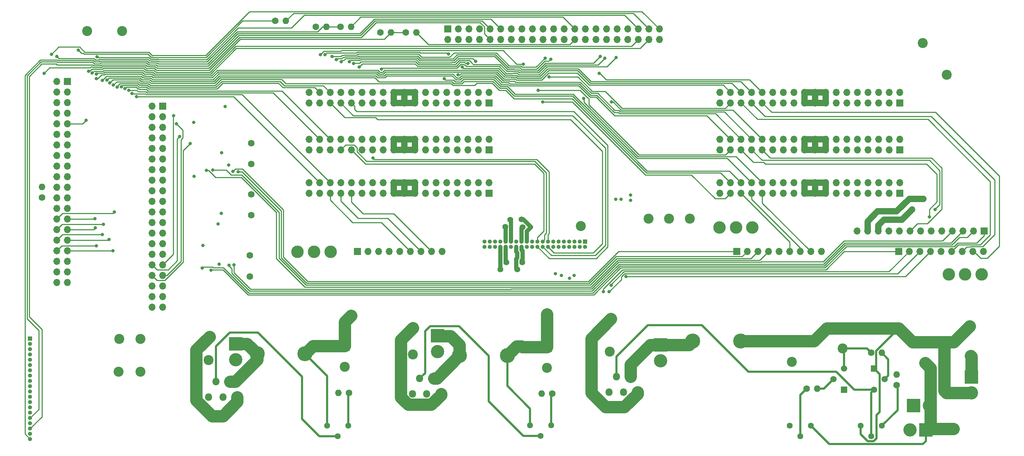
<source format=gbr>
%TF.GenerationSoftware,KiCad,Pcbnew,6.0.11*%
%TF.CreationDate,2024-12-15T19:30:30+01:00*%
%TF.ProjectId,stk-8500-MB,73746b2d-3835-4303-902d-4d422e6b6963,rev?*%
%TF.SameCoordinates,Original*%
%TF.FileFunction,Copper,L4,Bot*%
%TF.FilePolarity,Positive*%
%FSLAX46Y46*%
G04 Gerber Fmt 4.6, Leading zero omitted, Abs format (unit mm)*
G04 Created by KiCad (PCBNEW 6.0.11) date 2024-12-15 19:30:30*
%MOMM*%
%LPD*%
G01*
G04 APERTURE LIST*
%TA.AperFunction,ComponentPad*%
%ADD10R,1.000000X1.000000*%
%TD*%
%TA.AperFunction,ComponentPad*%
%ADD11O,1.000000X1.000000*%
%TD*%
%TA.AperFunction,ComponentPad*%
%ADD12C,2.400000*%
%TD*%
%TA.AperFunction,ComponentPad*%
%ADD13R,3.200000X3.200000*%
%TD*%
%TA.AperFunction,ComponentPad*%
%ADD14O,3.200000X3.200000*%
%TD*%
%TA.AperFunction,ComponentPad*%
%ADD15C,1.600000*%
%TD*%
%TA.AperFunction,ComponentPad*%
%ADD16O,1.600000X1.600000*%
%TD*%
%TA.AperFunction,ComponentPad*%
%ADD17R,1.700000X1.700000*%
%TD*%
%TA.AperFunction,ComponentPad*%
%ADD18O,1.700000X1.700000*%
%TD*%
%TA.AperFunction,ComponentPad*%
%ADD19C,3.600000*%
%TD*%
%TA.AperFunction,ComponentPad*%
%ADD20C,3.000000*%
%TD*%
%TA.AperFunction,ComponentPad*%
%ADD21R,2.400000X2.400000*%
%TD*%
%TA.AperFunction,ComponentPad*%
%ADD22R,1.800000X1.800000*%
%TD*%
%TA.AperFunction,ComponentPad*%
%ADD23O,1.800000X1.800000*%
%TD*%
%TA.AperFunction,ComponentPad*%
%ADD24C,1.440000*%
%TD*%
%TA.AperFunction,ComponentPad*%
%ADD25R,1.500000X1.500000*%
%TD*%
%TA.AperFunction,ComponentPad*%
%ADD26C,1.500000*%
%TD*%
%TA.AperFunction,ViaPad*%
%ADD27C,0.800000*%
%TD*%
%TA.AperFunction,ViaPad*%
%ADD28C,1.400000*%
%TD*%
%TA.AperFunction,Conductor*%
%ADD29C,1.500000*%
%TD*%
%TA.AperFunction,Conductor*%
%ADD30C,0.250000*%
%TD*%
%TA.AperFunction,Conductor*%
%ADD31C,1.000000*%
%TD*%
%TA.AperFunction,Conductor*%
%ADD32C,3.000000*%
%TD*%
%TA.AperFunction,Conductor*%
%ADD33C,0.500000*%
%TD*%
G04 APERTURE END LIST*
D10*
%TO.P,sens1,1,Pin_1*%
%TO.N,unconnected-(sens1-Pad1)*%
X29000000Y-131700000D03*
D11*
%TO.P,sens1,2,Pin_2*%
%TO.N,unconnected-(sens1-Pad2)*%
X29000000Y-132970000D03*
%TO.P,sens1,3,Pin_3*%
%TO.N,unconnected-(sens1-Pad3)*%
X29000000Y-134240000D03*
%TO.P,sens1,4,Pin_4*%
%TO.N,unconnected-(sens1-Pad4)*%
X29000000Y-135510000D03*
%TO.P,sens1,5,Pin_5*%
%TO.N,unconnected-(sens1-Pad5)*%
X29000000Y-136780000D03*
%TO.P,sens1,6,Pin_6*%
%TO.N,unconnected-(sens1-Pad6)*%
X29000000Y-138050000D03*
%TO.P,sens1,7,Pin_7*%
%TO.N,unconnected-(sens1-Pad7)*%
X29000000Y-139320000D03*
%TO.P,sens1,8,Pin_8*%
%TO.N,unconnected-(sens1-Pad8)*%
X29000000Y-140590000D03*
%TO.P,sens1,9,Pin_9*%
%TO.N,unconnected-(sens1-Pad9)*%
X29000000Y-141860000D03*
%TO.P,sens1,10,Pin_10*%
%TO.N,unconnected-(sens1-Pad10)*%
X29000000Y-143130000D03*
%TO.P,sens1,11,Pin_11*%
%TO.N,unconnected-(sens1-Pad11)*%
X29000000Y-144400000D03*
%TO.P,sens1,12,Pin_12*%
%TO.N,unconnected-(sens1-Pad12)*%
X29000000Y-145670000D03*
%TO.P,sens1,13,Pin_13*%
%TO.N,unconnected-(sens1-Pad13)*%
X29000000Y-146940000D03*
%TO.P,sens1,14,Pin_14*%
%TO.N,unconnected-(sens1-Pad14)*%
X29000000Y-148210000D03*
%TO.P,sens1,15,Pin_15*%
%TO.N,unconnected-(sens1-Pad15)*%
X29000000Y-149480000D03*
%TO.P,sens1,16,Pin_16*%
%TO.N,/tape_in_barrier*%
X29000000Y-150750000D03*
%TO.P,sens1,17,Pin_17*%
%TO.N,unconnected-(sens1-Pad17)*%
X29000000Y-152020000D03*
%TO.P,sens1,18,Pin_18*%
%TO.N,/tape_horizontal_switch*%
X29000000Y-153290000D03*
%TO.P,sens1,19,Pin_19*%
%TO.N,unconnected-(sens1-Pad19)*%
X29000000Y-154560000D03*
%TO.P,sens1,20,Pin_20*%
%TO.N,/tape_full_back_switch*%
X29000000Y-155830000D03*
%TD*%
D12*
%TO.P,5V_1,1,1*%
%TO.N,/5V*%
X55450000Y-139618000D03*
%TD*%
D13*
%TO.P,D1,1,K*%
%TO.N,Net-(D1-Pad1)*%
X180282000Y-133189000D03*
D14*
%TO.P,D1,2,A*%
%TO.N,R1_GND*%
X180282000Y-136999000D03*
%TD*%
D15*
%TO.P,R2,1*%
%TO.N,Net-(CURMon_R1-Pad1)*%
X230799000Y-135102000D03*
D16*
%TO.P,R2,2*%
%TO.N,Net-(Q1-Pad2)*%
X233339000Y-135102000D03*
%TD*%
D17*
%TO.P,Pico_mc1,1,GPIO0*%
%TO.N,unconnected-(Pico_mc1-Pad1)*%
X37970000Y-69950000D03*
D18*
%TO.P,Pico_mc1,2,VBUS*%
%TO.N,/5V*%
X35430000Y-69950000D03*
%TO.P,Pico_mc1,3,GPIO1*%
%TO.N,unconnected-(Pico_mc1-Pad3)*%
X37970000Y-72490000D03*
%TO.P,Pico_mc1,4,VSYS*%
%TO.N,unconnected-(Pico_mc1-Pad4)*%
X35430000Y-72490000D03*
%TO.P,Pico_mc1,5,USB_DM*%
%TO.N,unconnected-(Pico_mc1-Pad5)*%
X37970000Y-75030000D03*
%TO.P,Pico_mc1,6,USB_DP*%
%TO.N,unconnected-(Pico_mc1-Pad6)*%
X35430000Y-75030000D03*
%TO.P,Pico_mc1,7,GPIO2*%
%TO.N,Net-(Pico_mc1-Pad7)*%
X37970000Y-77570000D03*
%TO.P,Pico_mc1,8,3V3_EN*%
%TO.N,unconnected-(Pico_mc1-Pad8)*%
X35430000Y-77570000D03*
%TO.P,Pico_mc1,9,GPIO3*%
%TO.N,/MUX_latch*%
X37970000Y-80110000D03*
%TO.P,Pico_mc1,10,3V3_PICO*%
%TO.N,unconnected-(Pico_mc1-Pad10)*%
X35430000Y-80110000D03*
%TO.P,Pico_mc1,11,GPIO4*%
%TO.N,/MUX_clk*%
X37970000Y-82650000D03*
%TO.P,Pico_mc1,12,BOOTSEL*%
%TO.N,unconnected-(Pico_mc1-Pad12)*%
X35430000Y-82650000D03*
%TO.P,Pico_mc1,13,GPIO5*%
%TO.N,/MUX_sdi*%
X37970000Y-85190000D03*
%TO.P,Pico_mc1,14,GPIO28_ADC2*%
%TO.N,unconnected-(Pico_mc1-Pad14)*%
X35430000Y-85190000D03*
%TO.P,Pico_mc1,15,RS485A*%
%TO.N,unconnected-(Pico_mc1-Pad15)*%
X37970000Y-87730000D03*
%TO.P,Pico_mc1,16,AGND*%
%TO.N,unconnected-(Pico_mc1-Pad16)*%
X35430000Y-87730000D03*
%TO.P,Pico_mc1,17,GPIO6*%
%TO.N,unconnected-(Pico_mc1-Pad17)*%
X37970000Y-90270000D03*
%TO.P,Pico_mc1,18,GPIO27_ADC1*%
%TO.N,Net-(Pico_mc1-Pad18)*%
X35430000Y-90270000D03*
%TO.P,Pico_mc1,19,GPIO7*%
%TO.N,unconnected-(Pico_mc1-Pad19)*%
X37970000Y-92810000D03*
%TO.P,Pico_mc1,20,GPIO26_ADC0*%
%TO.N,Net-(Pico_mc1-Pad20)*%
X35430000Y-92810000D03*
%TO.P,Pico_mc1,21,GPIO8*%
%TO.N,unconnected-(Pico_mc1-Pad21)*%
X37970000Y-95350000D03*
%TO.P,Pico_mc1,22,3V3*%
%TO.N,Net-(Pico_mc1-Pad22)*%
X35430000Y-95350000D03*
%TO.P,Pico_mc1,23,GPIO9*%
%TO.N,unconnected-(Pico_mc1-Pad23)*%
X37970000Y-97890000D03*
%TO.P,Pico_mc1,24,GPIO22*%
%TO.N,/MUX_oe_*%
X35430000Y-97890000D03*
%TO.P,Pico_mc1,25,RS485B*%
%TO.N,unconnected-(Pico_mc1-Pad25)*%
X37970000Y-100430000D03*
%TO.P,Pico_mc1,26,RUN*%
%TO.N,unconnected-(Pico_mc1-Pad26)*%
X35430000Y-100430000D03*
%TO.P,Pico_mc1,27,GPIO10*%
%TO.N,/a_pwm*%
X37970000Y-102970000D03*
%TO.P,Pico_mc1,28,GPIO21*%
%TO.N,/f_dir*%
X35430000Y-102970000D03*
%TO.P,Pico_mc1,29,GPIO11*%
%TO.N,/a_dir*%
X37970000Y-105510000D03*
%TO.P,Pico_mc1,30,GPIO20*%
%TO.N,/f_pwm*%
X35430000Y-105510000D03*
%TO.P,Pico_mc1,31,GPIO12*%
%TO.N,/b_pwm*%
X37970000Y-108050000D03*
%TO.P,Pico_mc1,32,GPIO19*%
%TO.N,/e_dir*%
X35430000Y-108050000D03*
%TO.P,Pico_mc1,33,GPIO13*%
%TO.N,/b_dir*%
X37970000Y-110590000D03*
%TO.P,Pico_mc1,34,GPIO18*%
%TO.N,/e_pwm*%
X35430000Y-110590000D03*
%TO.P,Pico_mc1,35,GND*%
%TO.N,/sGND*%
X37970000Y-113130000D03*
%TO.P,Pico_mc1,36,GND*%
X35430000Y-113130000D03*
%TO.P,Pico_mc1,37,GPIO14*%
%TO.N,/c_pwm*%
X37970000Y-115670000D03*
%TO.P,Pico_mc1,38,GPIO17*%
%TO.N,/d_dir*%
X35430000Y-115670000D03*
%TO.P,Pico_mc1,39,GPIO15*%
%TO.N,/c_dir*%
X37970000Y-118210000D03*
%TO.P,Pico_mc1,40,GPIO16*%
%TO.N,/d_pwm*%
X35430000Y-118210000D03*
%TD*%
D13*
%TO.P,D3,1,K*%
%TO.N,Net-(D3-Pad1)*%
X254860000Y-140955000D03*
D14*
%TO.P,D3,2,A*%
%TO.N,Net-(BAT+_R1-Pad1)*%
X254860000Y-144765000D03*
%TD*%
D19*
%TO.P,L1,1,1*%
%TO.N,Net-(D1-Pad1)*%
X188029000Y-132308000D03*
%TO.P,L1,2,2*%
%TO.N,Net-(BAT+_R1-Pad1)*%
X199469000Y-132308000D03*
%TD*%
D17*
%TO.P,Pico_en1,1,GPIO0*%
%TO.N,unconnected-(Pico_en1-Pad1)*%
X60820000Y-75910000D03*
D18*
%TO.P,Pico_en1,2,VBUS*%
%TO.N,/5V*%
X58280000Y-75910000D03*
%TO.P,Pico_en1,3,GPIO1*%
%TO.N,unconnected-(Pico_en1-Pad3)*%
X60820000Y-78450000D03*
%TO.P,Pico_en1,4,VSYS*%
%TO.N,unconnected-(Pico_en1-Pad4)*%
X58280000Y-78450000D03*
%TO.P,Pico_en1,5,USB_DM*%
%TO.N,unconnected-(Pico_en1-Pad5)*%
X60820000Y-80990000D03*
%TO.P,Pico_en1,6,USB_DP*%
%TO.N,unconnected-(Pico_en1-Pad6)*%
X58280000Y-80990000D03*
%TO.P,Pico_en1,7,GPIO2*%
%TO.N,unconnected-(Pico_en1-Pad7)*%
X60820000Y-83530000D03*
%TO.P,Pico_en1,8,3V3_EN*%
%TO.N,unconnected-(Pico_en1-Pad8)*%
X58280000Y-83530000D03*
%TO.P,Pico_en1,9,GPIO3*%
%TO.N,unconnected-(Pico_en1-Pad9)*%
X60820000Y-86070000D03*
%TO.P,Pico_en1,10,3V3_PICO*%
%TO.N,/3v3PiEn*%
X58280000Y-86070000D03*
%TO.P,Pico_en1,11,GPIO4*%
%TO.N,unconnected-(Pico_en1-Pad11)*%
X60820000Y-88610000D03*
%TO.P,Pico_en1,12,BOOTSEL*%
%TO.N,unconnected-(Pico_en1-Pad12)*%
X58280000Y-88610000D03*
%TO.P,Pico_en1,13,GPIO5*%
%TO.N,unconnected-(Pico_en1-Pad13)*%
X60820000Y-91150000D03*
%TO.P,Pico_en1,14,GPIO28_ADC2*%
%TO.N,unconnected-(Pico_en1-Pad14)*%
X58280000Y-91150000D03*
%TO.P,Pico_en1,15,RS485A*%
%TO.N,unconnected-(Pico_en1-Pad15)*%
X60820000Y-93690000D03*
%TO.P,Pico_en1,16,AGND*%
%TO.N,unconnected-(Pico_en1-Pad16)*%
X58280000Y-93690000D03*
%TO.P,Pico_en1,17,GPIO6*%
%TO.N,unconnected-(Pico_en1-Pad17)*%
X60820000Y-96230000D03*
%TO.P,Pico_en1,18,GPIO27_ADC1*%
%TO.N,unconnected-(Pico_en1-Pad18)*%
X58280000Y-96230000D03*
%TO.P,Pico_en1,19,GPIO7*%
%TO.N,unconnected-(Pico_en1-Pad19)*%
X60820000Y-98770000D03*
%TO.P,Pico_en1,20,GPIO26_ADC0*%
%TO.N,unconnected-(Pico_en1-Pad20)*%
X58280000Y-98770000D03*
%TO.P,Pico_en1,21,GPIO8*%
%TO.N,unconnected-(Pico_en1-Pad21)*%
X60820000Y-101310000D03*
%TO.P,Pico_en1,22,3V3*%
%TO.N,unconnected-(Pico_en1-Pad22)*%
X58280000Y-101310000D03*
%TO.P,Pico_en1,23,GPIO9*%
%TO.N,unconnected-(Pico_en1-Pad23)*%
X60820000Y-103850000D03*
%TO.P,Pico_en1,24,GPIO22*%
%TO.N,unconnected-(Pico_en1-Pad24)*%
X58280000Y-103850000D03*
%TO.P,Pico_en1,25,RS485B*%
%TO.N,unconnected-(Pico_en1-Pad25)*%
X60820000Y-106390000D03*
%TO.P,Pico_en1,26,RUN*%
%TO.N,unconnected-(Pico_en1-Pad26)*%
X58280000Y-106390000D03*
%TO.P,Pico_en1,27,GPIO10*%
%TO.N,/a_enA*%
X60820000Y-108930000D03*
%TO.P,Pico_en1,28,GPIO21*%
%TO.N,/f_enB*%
X58280000Y-108930000D03*
%TO.P,Pico_en1,29,GPIO11*%
%TO.N,/a_enB*%
X60820000Y-111470000D03*
%TO.P,Pico_en1,30,GPIO20*%
%TO.N,/f_enA*%
X58280000Y-111470000D03*
%TO.P,Pico_en1,31,GPIO12*%
%TO.N,/b_enA*%
X60820000Y-114010000D03*
%TO.P,Pico_en1,32,GPIO19*%
%TO.N,/e_enB*%
X58280000Y-114010000D03*
%TO.P,Pico_en1,33,GPIO13*%
%TO.N,/b_enB*%
X60820000Y-116550000D03*
%TO.P,Pico_en1,34,GPIO18*%
%TO.N,/e_enA*%
X58280000Y-116550000D03*
%TO.P,Pico_en1,35,GND*%
%TO.N,/sGND*%
X60820000Y-119090000D03*
%TO.P,Pico_en1,36,GND*%
X58280000Y-119090000D03*
%TO.P,Pico_en1,37,GPIO14*%
%TO.N,/c_enA*%
X60820000Y-121630000D03*
%TO.P,Pico_en1,38,GPIO17*%
%TO.N,/d_enB*%
X58280000Y-121630000D03*
%TO.P,Pico_en1,39,GPIO15*%
%TO.N,/c_enB*%
X60820000Y-124170000D03*
%TO.P,Pico_en1,40,GPIO16*%
%TO.N,/d_enA*%
X58280000Y-124170000D03*
%TD*%
D12*
%TO.P,SGND_3,1,1*%
%TO.N,/sGND*%
X243160000Y-60760000D03*
%TD*%
%TO.P,VIN_R2,1,1*%
%TO.N,Net-(RU2-Pad1)*%
X120884000Y-129154000D03*
%TD*%
%TO.P,VIN_R1,1,1*%
%TO.N,Net-(U4-Pad1)*%
X168344000Y-126974000D03*
%TD*%
D13*
%TO.P,DR2,1,K*%
%TO.N,Net-(DR2-Pad1)*%
X126760000Y-131060000D03*
D14*
%TO.P,DR2,2,A*%
%TO.N,R2_GND*%
X126760000Y-134870000D03*
%TD*%
D20*
%TO.P,bPo1,1,Pin_1*%
%TO.N,/b_HAS*%
X93200000Y-110900000D03*
%TO.P,bPo1,2,Pin_2*%
%TO.N,/b_HBS*%
X97160000Y-110900000D03*
%TO.P,bPo1,3,Pin_3*%
%TO.N,/b_HCS*%
X101119999Y-110900000D03*
%TD*%
D15*
%TO.P,RR3,1*%
%TO.N,Net-(RR3-Pad1)*%
X105517000Y-144698000D03*
D16*
%TO.P,RR3,2*%
%TO.N,R3_GND*%
X102977000Y-144698000D03*
%TD*%
D12*
%TO.P,SGND_2,1,1*%
%TO.N,/sGND*%
X50370000Y-131744000D03*
%TD*%
D20*
%TO.P,aPo1,1,Pin_1*%
%TO.N,/a_HAS*%
X194413400Y-105020000D03*
%TO.P,aPo1,2,Pin_2*%
%TO.N,/a_HBS*%
X198373400Y-105020000D03*
%TO.P,aPo1,3,Pin_3*%
%TO.N,/a_HCS*%
X202333399Y-105020000D03*
%TD*%
D12*
%TO.P,BAT-_R1,1,1*%
%TO.N,Net-(BAT-_R1-Pad1)*%
X250560000Y-153360000D03*
%TD*%
D18*
%TO.P,eC1,1,Power_GND*%
%TO.N,PGND*%
X136560000Y-72600000D03*
X134020000Y-72600000D03*
X136560000Y-75140000D03*
X134020000Y-75140000D03*
X139100000Y-72600000D03*
D17*
X139100000Y-75140000D03*
D18*
%TO.P,eC1,7,HCS*%
%TO.N,/e_HCS*%
X131480000Y-72600000D03*
X128940000Y-75140000D03*
X131480000Y-75140000D03*
X128940000Y-72600000D03*
%TO.P,eC1,11,HBS*%
%TO.N,/e_HBS*%
X123860000Y-72600000D03*
X126400000Y-72600000D03*
X126400000Y-75140000D03*
X123860000Y-75140000D03*
%TO.P,eC1,15,VIN*%
%TO.N,unconnected-(eC1-Pad15)*%
X116240000Y-72600000D03*
X121320000Y-75140000D03*
X121320000Y-72600000D03*
X118780000Y-75140000D03*
X116240000Y-75140000D03*
X118780000Y-72600000D03*
%TO.P,eC1,21,HAS*%
%TO.N,/e_HAS*%
X111160000Y-75140000D03*
X113700000Y-72600000D03*
X111160000Y-72600000D03*
X113700000Y-75140000D03*
%TO.P,eC1,25,Signal_GND*%
%TO.N,unconnected-(eC1-Pad25)*%
X108620000Y-72600000D03*
X108620000Y-75140000D03*
%TO.P,eC1,27,HC*%
%TO.N,/e_hc*%
X106080000Y-75140000D03*
%TO.P,eC1,28,nSLEEP*%
%TO.N,/e_nlseep*%
X106080000Y-72600000D03*
%TO.P,eC1,29,HB*%
%TO.N,/e_hb*%
X103540000Y-75140000D03*
%TO.P,eC1,30,nFAULT*%
%TO.N,/e_nfault*%
X103540000Y-72600000D03*
%TO.P,eC1,31,HA*%
%TO.N,/e_ha*%
X101000000Y-75140000D03*
%TO.P,eC1,32,PWM*%
%TO.N,/e_pwm*%
X101000000Y-72600000D03*
%TO.P,eC1,33,nBrake*%
%TO.N,/e_brake*%
X98460000Y-75140000D03*
%TO.P,eC1,34,DIR*%
%TO.N,/e_dir*%
X98460000Y-72600000D03*
%TO.P,eC1,35,5V*%
%TO.N,/5V*%
X95920000Y-75140000D03*
X95920000Y-72600000D03*
%TD*%
%TO.P,cC1,1,Power_GND*%
%TO.N,PGND*%
X235160000Y-72600000D03*
X237700000Y-72600000D03*
X235160000Y-75140000D03*
X232620000Y-72600000D03*
D17*
X237700000Y-75140000D03*
D18*
X232620000Y-75140000D03*
%TO.P,cC1,7,HCS*%
%TO.N,/c_HCS*%
X227540000Y-75140000D03*
X227540000Y-72600000D03*
X230080000Y-75140000D03*
X230080000Y-72600000D03*
%TO.P,cC1,11,HBS*%
%TO.N,/c_HBS*%
X222460000Y-75140000D03*
X225000000Y-72600000D03*
X225000000Y-75140000D03*
X222460000Y-72600000D03*
%TO.P,cC1,15,VIN*%
%TO.N,unconnected-(cC1-Pad15)*%
X214840000Y-72600000D03*
X214840000Y-75140000D03*
X217380000Y-75140000D03*
X219920000Y-75140000D03*
X219920000Y-72600000D03*
X217380000Y-72600000D03*
%TO.P,cC1,21,HAS*%
%TO.N,/c_HAS*%
X212300000Y-72600000D03*
X209760000Y-75140000D03*
X212300000Y-75140000D03*
X209760000Y-72600000D03*
%TO.P,cC1,25,Signal_GND*%
%TO.N,unconnected-(cC1-Pad25)*%
X207220000Y-75140000D03*
X207220000Y-72600000D03*
%TO.P,cC1,27,HC*%
%TO.N,/c_hc*%
X204680000Y-75140000D03*
%TO.P,cC1,28,nSLEEP*%
%TO.N,/c_nlseep*%
X204680000Y-72600000D03*
%TO.P,cC1,29,HB*%
%TO.N,/c_hb*%
X202140000Y-75140000D03*
%TO.P,cC1,30,nFAULT*%
%TO.N,/c_nfault*%
X202140000Y-72600000D03*
%TO.P,cC1,31,HA*%
%TO.N,/c_ha*%
X199600000Y-75140000D03*
%TO.P,cC1,32,PWM*%
%TO.N,/c_pwm*%
X199600000Y-72600000D03*
%TO.P,cC1,33,nBrake*%
%TO.N,/c_brake*%
X197060000Y-75140000D03*
%TO.P,cC1,34,DIR*%
%TO.N,/c_dir*%
X197060000Y-72600000D03*
%TO.P,cC1,35,5V*%
%TO.N,/5V*%
X194520000Y-72600000D03*
X194520000Y-75140000D03*
%TD*%
D15*
%TO.P,C3,1*%
%TO.N,/sGND*%
X82060000Y-102060000D03*
%TO.P,C3,2*%
%TO.N,/3v3PiEn*%
X82060000Y-97060000D03*
%TD*%
D13*
%TO.P,D2,1,K*%
%TO.N,Net-(BAT-_R1-Pad1)*%
X243917000Y-153644000D03*
D14*
%TO.P,D2,2,A*%
%TO.N,R1_GND*%
X240107000Y-153644000D03*
%TD*%
D21*
%TO.P,C2,1*%
%TO.N,Net-(BAT+_R1-Pad1)*%
X243782000Y-132524041D03*
D12*
%TO.P,C2,2*%
%TO.N,Net-(BAT-_R1-Pad1)*%
X243782000Y-137524041D03*
%TD*%
%TO.P,BAT+_R1,1,1*%
%TO.N,Net-(BAT+_R1-Pad1)*%
X254450000Y-128752000D03*
%TD*%
D15*
%TO.P,R8,1*%
%TO.N,/MUX_oe_*%
X31828000Y-97835000D03*
D16*
%TO.P,R8,2*%
%TO.N,Net-(Pico_mc1-Pad22)*%
X31828000Y-95295000D03*
%TD*%
D18*
%TO.P,aC1,1,Power_GND*%
%TO.N,PGND*%
X232620000Y-96840000D03*
D17*
X237700000Y-96840000D03*
D18*
X235160000Y-96840000D03*
X232620000Y-94300000D03*
X235160000Y-94300000D03*
X237700000Y-94300000D03*
%TO.P,aC1,7,HCS*%
%TO.N,/a_HCS*%
X230080000Y-94300000D03*
X227540000Y-96840000D03*
X230080000Y-96840000D03*
X227540000Y-94300000D03*
%TO.P,aC1,11,HBS*%
%TO.N,/a_HBS*%
X222460000Y-94300000D03*
X225000000Y-94300000D03*
X222460000Y-96840000D03*
X225000000Y-96840000D03*
%TO.P,aC1,15,VIN*%
%TO.N,unconnected-(aC1-Pad15)*%
X219920000Y-96840000D03*
X217380000Y-96840000D03*
X219920000Y-94300000D03*
X214840000Y-96840000D03*
X214840000Y-94300000D03*
X217380000Y-94300000D03*
%TO.P,aC1,21,HAS*%
%TO.N,/a_HAS*%
X209760000Y-94300000D03*
X212300000Y-94300000D03*
X212300000Y-96840000D03*
X209760000Y-96840000D03*
%TO.P,aC1,25,Signal_GND*%
%TO.N,unconnected-(aC1-Pad25)*%
X207220000Y-94300000D03*
X207220000Y-96840000D03*
%TO.P,aC1,27,HC*%
%TO.N,/a_hc*%
X204680000Y-96840000D03*
%TO.P,aC1,28,nSLEEP*%
%TO.N,/a_nlseep*%
X204680000Y-94300000D03*
%TO.P,aC1,29,HB*%
%TO.N,/a_hb*%
X202140000Y-96840000D03*
%TO.P,aC1,30,nFAULT*%
%TO.N,/a_nfault*%
X202140000Y-94300000D03*
%TO.P,aC1,31,HA*%
%TO.N,/a_ha*%
X199600000Y-96840000D03*
%TO.P,aC1,32,PWM*%
%TO.N,/a_pwm*%
X199600000Y-94300000D03*
%TO.P,aC1,33,nBrake*%
%TO.N,/a_brake*%
X197060000Y-96840000D03*
%TO.P,aC1,34,DIR*%
%TO.N,/a_dir*%
X197060000Y-94300000D03*
%TO.P,aC1,35,5V*%
%TO.N,/5V*%
X194520000Y-94300000D03*
X194520000Y-96840000D03*
%TD*%
D12*
%TO.P,SGND_4,1,1*%
%TO.N,/sGND*%
X42660000Y-57860000D03*
%TD*%
D21*
%TO.P,C1,1*%
%TO.N,Net-(BAT+_R1-Pad1)*%
X211778000Y-132270041D03*
D12*
%TO.P,C1,2*%
%TO.N,R1_GND*%
X211778000Y-137270041D03*
%TD*%
%TO.P,5V_4,1,1*%
%TO.N,/5V*%
X51060000Y-57860000D03*
%TD*%
D21*
%TO.P,CR2,1*%
%TO.N,Net-(CR2-Pad1)*%
X153015000Y-133726000D03*
D12*
%TO.P,CR2,2*%
%TO.N,R2_GND*%
X153015000Y-138726000D03*
%TD*%
%TO.P,PGND_3,1,1*%
%TO.N,PGND*%
X187270000Y-102900000D03*
%TD*%
D15*
%TO.P,R5,1*%
%TO.N,Net-(Pico_mc1-Pad7)*%
X87865000Y-55440000D03*
D16*
%TO.P,R5,2*%
%TO.N,/MUX_sdo*%
X90405000Y-55440000D03*
%TD*%
D15*
%TO.P,C4,1*%
%TO.N,/sGND*%
X81760000Y-116760000D03*
%TO.P,C4,2*%
%TO.N,/3v3PiEn*%
X81760000Y-111760000D03*
%TD*%
D12*
%TO.P,VOUT_R2,1,1*%
%TO.N,Net-(CR2-Pad1)*%
X153015000Y-125852000D03*
%TD*%
D22*
%TO.P,RU3,1,VIN*%
%TO.N,Net-(RU3-Pad1)*%
X78662000Y-145764000D03*
D23*
%TO.P,RU3,2,OUT*%
%TO.N,Net-(DR3-Pad1)*%
X76962000Y-142064000D03*
%TO.P,RU3,3,GND*%
%TO.N,R3_GND*%
X75262000Y-145764000D03*
%TO.P,RU3,4,FB*%
%TO.N,Net-(RU3-Pad4)*%
X73562000Y-142064000D03*
%TO.P,RU3,5,~{ON}/OFF*%
%TO.N,R3_GND*%
X71862000Y-145764000D03*
%TD*%
D15*
%TO.P,R4,1*%
%TO.N,Net-(R4-Pad1)*%
X215334000Y-143738000D03*
D16*
%TO.P,R4,2*%
%TO.N,Net-(Q2-Pad2)*%
X217874000Y-143738000D03*
%TD*%
D15*
%TO.P,R10,1*%
%TO.N,/sGND*%
X97555000Y-56880000D03*
D16*
%TO.P,R10,2*%
%TO.N,Net-(Pico_mc1-Pad18)*%
X100095000Y-56880000D03*
%TD*%
D15*
%TO.P,R7,1*%
%TO.N,Net-(Pico_mc1-Pad18)*%
X103455000Y-56830000D03*
D16*
%TO.P,R7,2*%
%TO.N,/mux_AO1*%
X105995000Y-56830000D03*
%TD*%
D19*
%TO.P,L3,1,1*%
%TO.N,Net-(DR3-Pad1)*%
X83488000Y-135350000D03*
%TO.P,L3,2,2*%
%TO.N,Net-(CR3-Pad1)*%
X94928000Y-135350000D03*
%TD*%
D12*
%TO.P,GND_R3,1,1*%
%TO.N,R3_GND*%
X71804000Y-136874000D03*
%TD*%
D15*
%TO.P,RR2,1*%
%TO.N,Net-(RR2-Pad1)*%
X154295000Y-144902000D03*
D16*
%TO.P,RR2,2*%
%TO.N,R2_GND*%
X151755000Y-144902000D03*
%TD*%
D24*
%TO.P,RVolt2,1,1*%
%TO.N,Net-(CR2-Pad1)*%
X148951000Y-152522000D03*
%TO.P,RVolt2,2,2*%
%TO.N,Net-(RU2-Pad4)*%
X151491000Y-155062000D03*
%TO.P,RVolt2,3,3*%
%TO.N,Net-(RR2-Pad1)*%
X154031000Y-152522000D03*
%TD*%
%TO.P,RVolt1,1,1*%
%TO.N,Net-(BAT+_R1-Pad1)*%
X228288000Y-152628000D03*
%TO.P,RVolt1,2,2*%
%TO.N,Net-(Q1-Pad3)*%
X230828000Y-155168000D03*
%TO.P,RVolt1,3,3*%
%TO.N,Net-(R1-Pad1)*%
X233368000Y-152628000D03*
%TD*%
D12*
%TO.P,CURMon_R1,1,1*%
%TO.N,Net-(CURMon_R1-Pad1)*%
X223970000Y-134086000D03*
%TD*%
D15*
%TO.P,C5,1*%
%TO.N,/sGND*%
X82060000Y-89760000D03*
%TO.P,C5,2*%
%TO.N,/3v3PiEn*%
X82060000Y-84760000D03*
%TD*%
D12*
%TO.P,PGND_1,1,1*%
%TO.N,PGND*%
X177370000Y-102900000D03*
%TD*%
%TO.P,PGND_2,1,1*%
%TO.N,PGND*%
X182320000Y-102900000D03*
%TD*%
D17*
%TO.P,aEnHa1,1,Pin_1*%
%TO.N,/a_enA0*%
X198550000Y-110800000D03*
D18*
%TO.P,aEnHa1,2,Pin_2*%
%TO.N,/a_enA1*%
X201090000Y-110800000D03*
%TO.P,aEnHa1,3,Pin_3*%
%TO.N,/a_enB0*%
X203630000Y-110800000D03*
%TO.P,aEnHa1,4,Pin_4*%
%TO.N,/a_enB1*%
X206170000Y-110800000D03*
%TO.P,aEnHa1,5,Pin_5*%
%TO.N,/5V*%
X208710000Y-110800000D03*
%TO.P,aEnHa1,6,Pin_6*%
%TO.N,/a_ha*%
X211250000Y-110800000D03*
%TO.P,aEnHa1,7,Pin_7*%
%TO.N,/a_hb*%
X213790000Y-110800000D03*
%TO.P,aEnHa1,8,Pin_8*%
%TO.N,/a_hc*%
X216330000Y-110800000D03*
%TO.P,aEnHa1,9,Pin_9*%
%TO.N,/sGND*%
X218870000Y-110800000D03*
%TD*%
%TO.P,dC1,1,Power_GND*%
%TO.N,PGND*%
X232620000Y-83830000D03*
X232620000Y-86370000D03*
X237700000Y-83830000D03*
X235160000Y-86370000D03*
X235160000Y-83830000D03*
D17*
X237700000Y-86370000D03*
D18*
%TO.P,dC1,7,HCS*%
%TO.N,/d_HCS*%
X227540000Y-86370000D03*
X230080000Y-86370000D03*
X230080000Y-83830000D03*
X227540000Y-83830000D03*
%TO.P,dC1,11,HBS*%
%TO.N,/d_HBS*%
X222460000Y-83830000D03*
X222460000Y-86370000D03*
X225000000Y-86370000D03*
X225000000Y-83830000D03*
%TO.P,dC1,15,VIN*%
%TO.N,unconnected-(dC1-Pad15)*%
X217380000Y-83830000D03*
X219920000Y-86370000D03*
X217380000Y-86370000D03*
X219920000Y-83830000D03*
X214840000Y-86370000D03*
X214840000Y-83830000D03*
%TO.P,dC1,21,HAS*%
%TO.N,/d_HAS*%
X209760000Y-86370000D03*
X209760000Y-83830000D03*
X212300000Y-86370000D03*
X212300000Y-83830000D03*
%TO.P,dC1,25,Signal_GND*%
%TO.N,unconnected-(dC1-Pad25)*%
X207220000Y-86370000D03*
X207220000Y-83830000D03*
%TO.P,dC1,27,HC*%
%TO.N,/d_hc*%
X204680000Y-86370000D03*
%TO.P,dC1,28,nSLEEP*%
%TO.N,/d_nlseep*%
X204680000Y-83830000D03*
%TO.P,dC1,29,HB*%
%TO.N,/d_hb*%
X202140000Y-86370000D03*
%TO.P,dC1,30,nFAULT*%
%TO.N,/d_nfault*%
X202140000Y-83830000D03*
%TO.P,dC1,31,HA*%
%TO.N,/d_ha*%
X199600000Y-86370000D03*
%TO.P,dC1,32,PWM*%
%TO.N,/d_pwm*%
X199600000Y-83830000D03*
%TO.P,dC1,33,nBrake*%
%TO.N,/d_brake*%
X197060000Y-86370000D03*
%TO.P,dC1,34,DIR*%
%TO.N,/d_dir*%
X197060000Y-83830000D03*
%TO.P,dC1,35,5V*%
%TO.N,/5V*%
X194520000Y-86370000D03*
X194520000Y-83830000D03*
%TD*%
D17*
%TO.P,bC1,1,Power_GND*%
%TO.N,PGND*%
X139100000Y-96840000D03*
D18*
X136560000Y-94300000D03*
X134020000Y-96840000D03*
X136560000Y-96840000D03*
X139100000Y-94300000D03*
X134020000Y-94300000D03*
%TO.P,bC1,7,HCS*%
%TO.N,/b_HCS*%
X128940000Y-94300000D03*
X131480000Y-96840000D03*
X128940000Y-96840000D03*
X131480000Y-94300000D03*
%TO.P,bC1,11,HBS*%
%TO.N,/b_HBS*%
X123860000Y-94300000D03*
X123860000Y-96840000D03*
X126400000Y-94300000D03*
X126400000Y-96840000D03*
%TO.P,bC1,15,VIN*%
%TO.N,unconnected-(bC1-Pad15)*%
X118780000Y-94300000D03*
X118780000Y-96840000D03*
X116240000Y-94300000D03*
X116240000Y-96840000D03*
X121320000Y-96840000D03*
X121320000Y-94300000D03*
%TO.P,bC1,21,HAS*%
%TO.N,/b_HAS*%
X113700000Y-94300000D03*
X113700000Y-96840000D03*
X111160000Y-94300000D03*
X111160000Y-96840000D03*
%TO.P,bC1,25,Signal_GND*%
%TO.N,unconnected-(bC1-Pad25)*%
X108620000Y-94300000D03*
X108620000Y-96840000D03*
%TO.P,bC1,27,HC*%
%TO.N,/b_hc*%
X106080000Y-96840000D03*
%TO.P,bC1,28,nSLEEP*%
%TO.N,/b_nlseep*%
X106080000Y-94300000D03*
%TO.P,bC1,29,HB*%
%TO.N,/b_hb*%
X103540000Y-96840000D03*
%TO.P,bC1,30,nFAULT*%
%TO.N,/b_nfault*%
X103540000Y-94300000D03*
%TO.P,bC1,31,HA*%
%TO.N,/b_ha*%
X101000000Y-96840000D03*
%TO.P,bC1,32,PWM*%
%TO.N,/b_pwm*%
X101000000Y-94300000D03*
%TO.P,bC1,33,nBrake*%
%TO.N,/b_brake*%
X98460000Y-96840000D03*
%TO.P,bC1,34,DIR*%
%TO.N,/b_dir*%
X98460000Y-94300000D03*
%TO.P,bC1,35,5V*%
%TO.N,/5V*%
X95920000Y-94300000D03*
X95920000Y-96840000D03*
%TD*%
D25*
%TO.P,Q2,1,E*%
%TO.N,R1_GND*%
X224312000Y-144002000D03*
D26*
%TO.P,Q2,2,B*%
%TO.N,Net-(Q2-Pad2)*%
X221772000Y-141462000D03*
%TO.P,Q2,3,C*%
%TO.N,Net-(CURMon_R1-Pad1)*%
X224312000Y-138922000D03*
%TD*%
D22*
%TO.P,U4,1,VIN*%
%TO.N,Net-(U4-Pad1)*%
X174760000Y-144560000D03*
D23*
%TO.P,U4,2,OUT*%
%TO.N,Net-(D1-Pad1)*%
X173060000Y-140860000D03*
%TO.P,U4,3,GND*%
%TO.N,R1_GND*%
X171360000Y-144560000D03*
%TO.P,U4,4,FB*%
%TO.N,Net-(Q1-Pad3)*%
X169660000Y-140860000D03*
%TO.P,U4,5,~{ON}/OFF*%
%TO.N,R1_GND*%
X167960000Y-144560000D03*
%TD*%
D17*
%TO.P,dEnHaPo1,1,Pin_1*%
%TO.N,/d_enA0*%
X257900000Y-105900000D03*
D18*
%TO.P,dEnHaPo1,2,Pin_2*%
%TO.N,/d_enA1*%
X255360000Y-105900000D03*
%TO.P,dEnHaPo1,3,Pin_3*%
%TO.N,/d_enB0*%
X252820000Y-105900000D03*
%TO.P,dEnHaPo1,4,Pin_4*%
%TO.N,/d_enB1*%
X250280000Y-105900000D03*
%TO.P,dEnHaPo1,5,Pin_5*%
%TO.N,/5V*%
X247740000Y-105900000D03*
%TO.P,dEnHaPo1,6,Pin_6*%
%TO.N,/d_ha*%
X245200000Y-105900000D03*
%TO.P,dEnHaPo1,7,Pin_7*%
%TO.N,/d_hb*%
X242660000Y-105900000D03*
%TO.P,dEnHaPo1,8,Pin_8*%
%TO.N,/d_hc*%
X240120000Y-105900000D03*
%TO.P,dEnHaPo1,9,Pin_9*%
%TO.N,/sGND*%
X237580000Y-105900000D03*
%TO.P,dEnHaPo1,10,Pin_10*%
%TO.N,/d_HAS*%
X235040000Y-105900000D03*
%TO.P,dEnHaPo1,11,Pin_11*%
%TO.N,/d_HBS*%
X232500000Y-105900000D03*
%TO.P,dEnHaPo1,12,Pin_12*%
%TO.N,/d_HCS*%
X229960000Y-105900000D03*
%TO.P,dEnHaPo1,13*%
%TO.N,N/C*%
X227420000Y-105900000D03*
%TD*%
D24*
%TO.P,RVolt3,1,1*%
%TO.N,Net-(CR3-Pad1)*%
X100252000Y-152622000D03*
%TO.P,RVolt3,2,2*%
%TO.N,Net-(RU3-Pad4)*%
X102792000Y-155162000D03*
%TO.P,RVolt3,3,3*%
%TO.N,Net-(RR3-Pad1)*%
X105332000Y-152622000D03*
%TD*%
D15*
%TO.P,R9,1*%
%TO.N,/sGND*%
X113045000Y-58230000D03*
D16*
%TO.P,R9,2*%
%TO.N,Net-(Pico_mc1-Pad20)*%
X115585000Y-58230000D03*
%TD*%
D12*
%TO.P,VIN_R3,1,1*%
%TO.N,Net-(RU3-Pad1)*%
X72058000Y-131286000D03*
%TD*%
%TO.P,VOUT_R3,1,1*%
%TO.N,Net-(CR3-Pad1)*%
X105996000Y-126156000D03*
%TD*%
D13*
%TO.P,R3,1*%
%TO.N,R1_GND*%
X240988000Y-147802000D03*
D14*
%TO.P,R3,2*%
%TO.N,Net-(BAT-_R1-Pad1)*%
X244798000Y-147802000D03*
%TD*%
D17*
%TO.P,fC1,1,Power_GND*%
%TO.N,PGND*%
X139100000Y-86370000D03*
D18*
X134020000Y-83830000D03*
X136560000Y-83830000D03*
X139100000Y-83830000D03*
X136560000Y-86370000D03*
X134020000Y-86370000D03*
%TO.P,fC1,7,HCS*%
%TO.N,/f_HCS*%
X131480000Y-83830000D03*
X128940000Y-83830000D03*
X128940000Y-86370000D03*
X131480000Y-86370000D03*
%TO.P,fC1,11,HBS*%
%TO.N,/f_HBS*%
X126400000Y-83830000D03*
X123860000Y-86370000D03*
X126400000Y-86370000D03*
X123860000Y-83830000D03*
%TO.P,fC1,15,VIN*%
%TO.N,unconnected-(fC1-Pad15)*%
X116240000Y-86370000D03*
X116240000Y-83830000D03*
X118780000Y-83830000D03*
X118780000Y-86370000D03*
X121320000Y-83830000D03*
X121320000Y-86370000D03*
%TO.P,fC1,21,HAS*%
%TO.N,/f_HAS*%
X111160000Y-86370000D03*
X111160000Y-83830000D03*
X113700000Y-83830000D03*
X113700000Y-86370000D03*
%TO.P,fC1,25,Signal_GND*%
%TO.N,unconnected-(fC1-Pad25)*%
X108620000Y-83830000D03*
X108620000Y-86370000D03*
%TO.P,fC1,27,HC*%
%TO.N,/f_hc*%
X106080000Y-86370000D03*
%TO.P,fC1,28,nSLEEP*%
%TO.N,/f_nlseep*%
X106080000Y-83830000D03*
%TO.P,fC1,29,HB*%
%TO.N,/f_hb*%
X103540000Y-86370000D03*
%TO.P,fC1,30,nFAULT*%
%TO.N,/f_nfault*%
X103540000Y-83830000D03*
%TO.P,fC1,31,HA*%
%TO.N,/f_ha*%
X101000000Y-86370000D03*
%TO.P,fC1,32,PWM*%
%TO.N,/f_pwm*%
X101000000Y-83830000D03*
%TO.P,fC1,33,nBrake*%
%TO.N,/f_brake*%
X98460000Y-86370000D03*
%TO.P,fC1,34,DIR*%
%TO.N,/f_dir*%
X98460000Y-83830000D03*
%TO.P,fC1,35,5V*%
%TO.N,/5V*%
X95920000Y-86370000D03*
X95920000Y-83830000D03*
%TD*%
D25*
%TO.P,Q1,1,E*%
%TO.N,Net-(BAT+_R1-Pad1)*%
X231502000Y-138902000D03*
D26*
%TO.P,Q1,2,B*%
%TO.N,Net-(Q1-Pad2)*%
X234042000Y-141442000D03*
%TO.P,Q1,3,C*%
%TO.N,Net-(Q1-Pad3)*%
X231502000Y-143982000D03*
%TD*%
D20*
%TO.P,cPo1,1,Pin_1*%
%TO.N,/c_HAS*%
X257340000Y-116310000D03*
%TO.P,cPo1,2,Pin_2*%
%TO.N,/c_HBS*%
X253380000Y-116310000D03*
%TO.P,cPo1,3,Pin_3*%
%TO.N,/c_HCS*%
X249420001Y-116310000D03*
%TD*%
D15*
%TO.P,R6,1*%
%TO.N,Net-(Pico_mc1-Pad20)*%
X119185000Y-58230000D03*
D16*
%TO.P,R6,2*%
%TO.N,/mux_AO2*%
X121725000Y-58230000D03*
%TD*%
D12*
%TO.P,5V_3,1,1*%
%TO.N,/5V*%
X248960000Y-68360000D03*
%TD*%
%TO.P,VOUT_R1,1,1*%
%TO.N,Net-(D3-Pad1)*%
X254704000Y-135864000D03*
%TD*%
D22*
%TO.P,RU2,1,VIN*%
%TO.N,Net-(RU2-Pad1)*%
X127586000Y-144952000D03*
D23*
%TO.P,RU2,2,OUT*%
%TO.N,Net-(DR2-Pad1)*%
X125886000Y-141252000D03*
%TO.P,RU2,3,GND*%
%TO.N,R2_GND*%
X124186000Y-144952000D03*
%TO.P,RU2,4,FB*%
%TO.N,Net-(RU2-Pad4)*%
X122486000Y-141252000D03*
%TO.P,RU2,5,~{ON}/OFF*%
%TO.N,R2_GND*%
X120786000Y-144952000D03*
%TD*%
D10*
%TO.P,efEnHaPo1,1,Pin_1*%
%TO.N,/12V*%
X162200000Y-108400000D03*
D11*
%TO.P,efEnHaPo1,2,Pin_2*%
X162200000Y-109670000D03*
%TO.P,efEnHaPo1,3,Pin_3*%
%TO.N,/sGND*%
X160930000Y-108400000D03*
%TO.P,efEnHaPo1,4,Pin_4*%
X160930000Y-109670000D03*
%TO.P,efEnHaPo1,5,Pin_5*%
%TO.N,/f_enA0*%
X159660000Y-108400000D03*
%TO.P,efEnHaPo1,6,Pin_6*%
%TO.N,/e_enA0*%
X159660000Y-109670000D03*
%TO.P,efEnHaPo1,7,Pin_7*%
%TO.N,/f_enA1*%
X158390000Y-108400000D03*
%TO.P,efEnHaPo1,8,Pin_8*%
%TO.N,/e_enA1*%
X158390000Y-109670000D03*
%TO.P,efEnHaPo1,9,Pin_9*%
%TO.N,/f_enB0*%
X157120000Y-108400000D03*
%TO.P,efEnHaPo1,10,Pin_10*%
%TO.N,/e_enB0*%
X157120000Y-109670000D03*
%TO.P,efEnHaPo1,11,Pin_11*%
%TO.N,/f_enB1*%
X155850000Y-108400000D03*
%TO.P,efEnHaPo1,12,Pin_12*%
%TO.N,/e_enB1*%
X155850000Y-109670000D03*
%TO.P,efEnHaPo1,13,Pin_13*%
%TO.N,/sGND*%
X154580000Y-108400000D03*
%TO.P,efEnHaPo1,14,Pin_14*%
X154580000Y-109670000D03*
%TO.P,efEnHaPo1,15,Pin_15*%
%TO.N,/f_ha*%
X153310000Y-108400000D03*
%TO.P,efEnHaPo1,16,Pin_16*%
%TO.N,/e_ha*%
X153310000Y-109670000D03*
%TO.P,efEnHaPo1,17,Pin_17*%
%TO.N,/f_hb*%
X152040000Y-108400000D03*
%TO.P,efEnHaPo1,18,Pin_18*%
%TO.N,/e_hb*%
X152040000Y-109670000D03*
%TO.P,efEnHaPo1,19,Pin_19*%
%TO.N,/f_hc*%
X150770000Y-108400000D03*
%TO.P,efEnHaPo1,20,Pin_20*%
%TO.N,/e_hc*%
X150770000Y-109670000D03*
%TO.P,efEnHaPo1,21,Pin_21*%
%TO.N,/sGND*%
X149500000Y-108400000D03*
%TO.P,efEnHaPo1,22,Pin_22*%
X149500000Y-109670000D03*
%TO.P,efEnHaPo1,23,Pin_23*%
%TO.N,/f_HAS*%
X148230000Y-108400000D03*
%TO.P,efEnHaPo1,24,Pin_24*%
%TO.N,/e_HAS*%
X148230000Y-109670000D03*
%TO.P,efEnHaPo1,25,Pin_25*%
%TO.N,/f_HBS*%
X146960000Y-108400000D03*
%TO.P,efEnHaPo1,26,Pin_26*%
%TO.N,/e_HBS*%
X146960000Y-109670000D03*
%TO.P,efEnHaPo1,27,Pin_27*%
%TO.N,/f_HCS*%
X145690000Y-108400000D03*
%TO.P,efEnHaPo1,28,Pin_28*%
%TO.N,/e_HCS*%
X145690000Y-109670000D03*
%TO.P,efEnHaPo1,29,Pin_29*%
%TO.N,/f_HAS*%
X144420000Y-108400000D03*
%TO.P,efEnHaPo1,30,Pin_30*%
%TO.N,/e_HAS*%
X144420000Y-109670000D03*
%TO.P,efEnHaPo1,31,Pin_31*%
%TO.N,/f_HBS*%
X143150000Y-108400000D03*
%TO.P,efEnHaPo1,32,Pin_32*%
%TO.N,/e_HBS*%
X143150000Y-109670000D03*
%TO.P,efEnHaPo1,33,Pin_33*%
%TO.N,/f_HCS*%
X141880000Y-108400000D03*
%TO.P,efEnHaPo1,34,Pin_34*%
%TO.N,/e_HCS*%
X141880000Y-109670000D03*
%TO.P,efEnHaPo1,35,Pin_35*%
%TO.N,unconnected-(efEnHaPo1-Pad35)*%
X140610000Y-108400000D03*
%TO.P,efEnHaPo1,36,Pin_36*%
%TO.N,/e_HAS*%
X140610000Y-109670000D03*
%TO.P,efEnHaPo1,37,Pin_37*%
%TO.N,unconnected-(efEnHaPo1-Pad37)*%
X139340000Y-108400000D03*
%TO.P,efEnHaPo1,38,Pin_38*%
%TO.N,/e_HBS*%
X139340000Y-109670000D03*
%TO.P,efEnHaPo1,39,Pin_39*%
%TO.N,unconnected-(efEnHaPo1-Pad39)*%
X138070000Y-108400000D03*
%TO.P,efEnHaPo1,40,Pin_40*%
%TO.N,/e_HCS*%
X138070000Y-109670000D03*
%TD*%
D12*
%TO.P,H12V_1,1,1*%
%TO.N,/12V*%
X161130000Y-104700000D03*
%TD*%
D15*
%TO.P,R1,1*%
%TO.N,Net-(R1-Pad1)*%
X236924000Y-142863000D03*
D16*
%TO.P,R1,2*%
%TO.N,R1_GND*%
X236924000Y-140323000D03*
%TD*%
D12*
%TO.P,GND_R2,1,1*%
%TO.N,R2_GND*%
X120884000Y-135504000D03*
%TD*%
D19*
%TO.P,L2,1,1*%
%TO.N,Net-(DR2-Pad1)*%
X132060000Y-135758000D03*
%TO.P,L2,2,2*%
%TO.N,Net-(CR2-Pad1)*%
X143500000Y-135758000D03*
%TD*%
D13*
%TO.P,DR3,1,K*%
%TO.N,Net-(DR3-Pad1)*%
X78310000Y-132929000D03*
D14*
%TO.P,DR3,2,A*%
%TO.N,R3_GND*%
X78310000Y-136739000D03*
%TD*%
D17*
%TO.P,cEnHa1,1,Pin_1*%
%TO.N,/c_enA0*%
X237400000Y-110800000D03*
D18*
%TO.P,cEnHa1,2,Pin_2*%
%TO.N,/c_enA1*%
X239940000Y-110800000D03*
%TO.P,cEnHa1,3,Pin_3*%
%TO.N,/c_enB0*%
X242480000Y-110800000D03*
%TO.P,cEnHa1,4,Pin_4*%
%TO.N,/c_enB1*%
X245020000Y-110800000D03*
%TO.P,cEnHa1,5,Pin_5*%
%TO.N,/5V*%
X247560000Y-110800000D03*
%TO.P,cEnHa1,6,Pin_6*%
%TO.N,/c_ha*%
X250100000Y-110800000D03*
%TO.P,cEnHa1,7,Pin_7*%
%TO.N,/c_hb*%
X252640000Y-110800000D03*
%TO.P,cEnHa1,8,Pin_8*%
%TO.N,/c_hc*%
X255180000Y-110800000D03*
%TO.P,cEnHa1,9,Pin_9*%
%TO.N,/sGND*%
X257720000Y-110800000D03*
%TD*%
D17*
%TO.P,Jmux1,1,AI1*%
%TO.N,/a_nfault*%
X129245000Y-57385000D03*
D18*
%TO.P,Jmux1,2,AI2*%
%TO.N,/b_nfault*%
X129245000Y-59925000D03*
%TO.P,Jmux1,3,AI3*%
%TO.N,/c_nfault*%
X131785000Y-57385000D03*
%TO.P,Jmux1,4,AI4*%
%TO.N,/d_nfault*%
X131785000Y-59925000D03*
%TO.P,Jmux1,5,AI5*%
%TO.N,/e_nfault*%
X134325000Y-57385000D03*
%TO.P,Jmux1,6,AI6*%
%TO.N,/f_nfault*%
X134325000Y-59925000D03*
%TO.P,Jmux1,7,AI7*%
%TO.N,unconnected-(Jmux1-Pad7)*%
X136865000Y-57385000D03*
%TO.P,Jmux1,8,AI8*%
%TO.N,unconnected-(Jmux1-Pad8)*%
X136865000Y-59925000D03*
%TO.P,Jmux1,9,AI9*%
%TO.N,/tape_in_barrier*%
X139405000Y-57385000D03*
%TO.P,Jmux1,10,AI10*%
%TO.N,/tape_horizontal_switch*%
X139405000Y-59925000D03*
%TO.P,Jmux1,11,AI11*%
%TO.N,/tape_full_back_switch*%
X141945000Y-57385000D03*
%TO.P,Jmux1,12,AI12*%
%TO.N,unconnected-(Jmux1-Pad12)*%
X141945000Y-59925000D03*
%TO.P,Jmux1,13,AI13*%
%TO.N,unconnected-(Jmux1-Pad13)*%
X144485000Y-57385000D03*
%TO.P,Jmux1,14,AI14*%
%TO.N,unconnected-(Jmux1-Pad14)*%
X144485000Y-59925000D03*
%TO.P,Jmux1,15,AI15*%
%TO.N,unconnected-(Jmux1-Pad15)*%
X147025000Y-57385000D03*
%TO.P,Jmux1,16,AI16*%
%TO.N,unconnected-(Jmux1-Pad16)*%
X147025000Y-59925000D03*
%TO.P,Jmux1,17,DO10*%
%TO.N,/b_brake*%
X149565000Y-57385000D03*
%TO.P,Jmux1,18,DO9*%
%TO.N,/a_brake*%
X149565000Y-59925000D03*
%TO.P,Jmux1,19,DO12*%
%TO.N,/d_brake*%
X152105000Y-57385000D03*
%TO.P,Jmux1,20,DO11*%
%TO.N,/c_brake*%
X152105000Y-59925000D03*
%TO.P,Jmux1,21,DO14*%
%TO.N,/f_brake*%
X154645000Y-57385000D03*
%TO.P,Jmux1,22,DO13*%
%TO.N,/e_brake*%
X154645000Y-59925000D03*
%TO.P,Jmux1,23,DO16*%
%TO.N,unconnected-(Jmux1-Pad23)*%
X157185000Y-57385000D03*
%TO.P,Jmux1,24,DO15*%
%TO.N,unconnected-(Jmux1-Pad24)*%
X157185000Y-59925000D03*
%TO.P,Jmux1,25,A01*%
%TO.N,/mux_AO1*%
X159725000Y-57385000D03*
%TO.P,Jmux1,26,AO2*%
%TO.N,/mux_AO2*%
X159725000Y-59925000D03*
%TO.P,Jmux1,27,DO8*%
%TO.N,unconnected-(Jmux1-Pad27)*%
X162265000Y-57385000D03*
%TO.P,Jmux1,28,DO1*%
%TO.N,/a_nlseep*%
X162265000Y-59925000D03*
%TO.P,Jmux1,29,DO2*%
%TO.N,/b_nlseep*%
X164805000Y-57385000D03*
%TO.P,Jmux1,30,DO3*%
%TO.N,/c_nlseep*%
X164805000Y-59925000D03*
%TO.P,Jmux1,31,DO4*%
%TO.N,/d_nlseep*%
X167345000Y-57385000D03*
%TO.P,Jmux1,32,DO5*%
%TO.N,/e_nlseep*%
X167345000Y-59925000D03*
%TO.P,Jmux1,33,DO6*%
%TO.N,/f_nlseep*%
X169885000Y-57385000D03*
%TO.P,Jmux1,34,DO7*%
%TO.N,unconnected-(Jmux1-Pad34)*%
X169885000Y-59925000D03*
%TO.P,Jmux1,35,VCC*%
%TO.N,/5V*%
X172425000Y-57385000D03*
%TO.P,Jmux1,36,GND*%
%TO.N,/sGND*%
X172425000Y-59925000D03*
%TO.P,Jmux1,37,CLK*%
%TO.N,/MUX_clk*%
X174965000Y-57385000D03*
%TO.P,Jmux1,38,LATCH*%
%TO.N,/MUX_latch*%
X174965000Y-59925000D03*
%TO.P,Jmux1,39,SDO*%
%TO.N,/MUX_sdo*%
X177505000Y-57385000D03*
%TO.P,Jmux1,40,SDI*%
%TO.N,/MUX_sdi*%
X177505000Y-59925000D03*
%TO.P,Jmux1,41,_OE*%
%TO.N,/MUX_oe_*%
X180045000Y-57385000D03*
%TO.P,Jmux1,42,RESET*%
%TO.N,unconnected-(Jmux1-Pad42)*%
X180045000Y-59925000D03*
%TD*%
D24*
%TO.P,RCurrent1,1,1*%
%TO.N,R1_GND*%
X211260000Y-152640000D03*
%TO.P,RCurrent1,2,2*%
%TO.N,Net-(R4-Pad1)*%
X213800000Y-155180000D03*
%TO.P,RCurrent1,3,3*%
%TO.N,Net-(BAT-_R1-Pad1)*%
X216340000Y-152640000D03*
%TD*%
D12*
%TO.P,SGND_1,1,1*%
%TO.N,/sGND*%
X55450000Y-131744000D03*
%TD*%
D21*
%TO.P,CR3,1*%
%TO.N,Net-(CR3-Pad1)*%
X104472000Y-133504164D03*
D12*
%TO.P,CR3,2*%
%TO.N,R3_GND*%
X104472000Y-138504164D03*
%TD*%
%TO.P,GND_R1,1,1*%
%TO.N,R1_GND*%
X168090000Y-134848000D03*
%TD*%
D17*
%TO.P,bEnHa1,1,Pin_1*%
%TO.N,/b_enA0*%
X107550000Y-110800000D03*
D18*
%TO.P,bEnHa1,2,Pin_2*%
%TO.N,/b_enA1*%
X110090000Y-110800000D03*
%TO.P,bEnHa1,3,Pin_3*%
%TO.N,/b_enB0*%
X112630000Y-110800000D03*
%TO.P,bEnHa1,4,Pin_4*%
%TO.N,/b_enB1*%
X115170000Y-110800000D03*
%TO.P,bEnHa1,5,Pin_5*%
%TO.N,/5V*%
X117710000Y-110800000D03*
%TO.P,bEnHa1,6,Pin_6*%
%TO.N,/b_ha*%
X120250000Y-110800000D03*
%TO.P,bEnHa1,7,Pin_7*%
%TO.N,/b_hb*%
X122790000Y-110800000D03*
%TO.P,bEnHa1,8,Pin_8*%
%TO.N,/b_hc*%
X125330000Y-110800000D03*
%TO.P,bEnHa1,9,Pin_9*%
%TO.N,/sGND*%
X127870000Y-110800000D03*
%TD*%
D12*
%TO.P,5V_2,1,1*%
%TO.N,/5V*%
X50246000Y-139618000D03*
%TD*%
D27*
%TO.N,/a_enA0*%
X77670000Y-91590000D03*
%TO.N,/a_enA1*%
X78980000Y-91690000D03*
%TO.N,/a_enB0*%
X72800000Y-91190000D03*
%TO.N,/a_enB1*%
X71310000Y-91320000D03*
%TO.N,/sGND*%
X74980000Y-87040000D03*
X74360000Y-113830000D03*
X74890000Y-101630000D03*
X70470000Y-109380000D03*
X68390000Y-92730000D03*
X68280000Y-79770000D03*
%TO.N,/c_enA0*%
X166561927Y-120455999D03*
%TO.N,/c_enA1*%
X168422300Y-118922300D03*
%TO.N,/c_enB0*%
X167960000Y-120460000D03*
%TO.N,/c_enB1*%
X171980000Y-116810000D03*
D28*
%TO.N,/d_HCS*%
X243390000Y-98150000D03*
%TO.N,/d_HBS*%
X240620000Y-100730000D03*
D27*
%TO.N,/d_hb*%
X246125000Y-100715000D03*
%TO.N,/d_ha*%
X244790000Y-102450000D03*
%TO.N,/d_enA0*%
X72420000Y-115240000D03*
%TO.N,/d_enA1*%
X70280000Y-114780000D03*
%TO.N,/d_enB0*%
X76719234Y-114066752D03*
%TO.N,/d_enB1*%
X77880000Y-114020000D03*
D28*
%TO.N,/e_HCS*%
X145880000Y-115090000D03*
X141850000Y-115090000D03*
%TO.N,/e_HBS*%
X143320000Y-113390000D03*
X147089500Y-113436245D03*
D27*
%TO.N,/f_enA0*%
X173052000Y-98470000D03*
%TO.N,/e_enA0*%
X159510000Y-116520000D03*
%TO.N,/f_enA1*%
X173052000Y-97200000D03*
%TO.N,/e_enA1*%
X158412025Y-117244500D03*
%TO.N,/f_enB0*%
X170766000Y-98216000D03*
%TO.N,/e_enB0*%
X156480000Y-116535999D03*
%TO.N,/f_enB1*%
X169496000Y-98216000D03*
%TO.N,/e_enB1*%
X155030000Y-116086498D03*
%TO.N,/f_ha*%
X111280000Y-88385001D03*
D28*
%TO.N,/f_HAS*%
X144210000Y-103160000D03*
X146940000Y-103090000D03*
%TO.N,/f_HBS*%
X147150000Y-104930000D03*
X143020500Y-104866785D03*
D27*
%TO.N,/a_nlseep*%
X161839713Y-74006498D03*
%TO.N,/a_nfault*%
X128342943Y-69335999D03*
%TO.N,/a_brake*%
X151990000Y-74914500D03*
%TO.N,/b_brake*%
X147310000Y-65810000D03*
X98660000Y-63510000D03*
%TO.N,/b_nfault*%
X99740177Y-63504500D03*
X129410000Y-63340000D03*
%TO.N,/b_nlseep*%
X103637303Y-65212504D03*
X165790000Y-63980000D03*
%TO.N,/c_brake*%
X153513285Y-68911143D03*
%TO.N,/c_nfault*%
X132691666Y-66528993D03*
%TO.N,/c_nlseep*%
X165580000Y-68030000D03*
%TO.N,/d_nlseep*%
X168534880Y-74911478D03*
%TO.N,/d_nfault*%
X131724083Y-68410076D03*
%TO.N,/d_brake*%
X150880000Y-72070000D03*
%TO.N,/e_brake*%
X153950000Y-64630000D03*
X102467786Y-64763003D03*
%TO.N,/e_nfault*%
X135880000Y-65160000D03*
X105570000Y-65212504D03*
%TO.N,/e_nlseep*%
X166890000Y-64420000D03*
X106610000Y-65662005D03*
%TO.N,/f_nlseep*%
X169590000Y-64260000D03*
X113276648Y-67013502D03*
%TO.N,/f_nfault*%
X107956130Y-66480495D03*
X134082876Y-65629991D03*
%TO.N,/f_brake*%
X152570000Y-64380000D03*
X101452797Y-63996215D03*
%TO.N,/a_pwm*%
X48137277Y-70325209D03*
X44593772Y-102888874D03*
%TO.N,/a_dir*%
X44630000Y-105150000D03*
X48998941Y-70831707D03*
%TO.N,/b_dir*%
X54540000Y-73654500D03*
X48860000Y-110660000D03*
%TO.N,/b_pwm*%
X53466708Y-72844500D03*
X47985500Y-107900000D03*
%TO.N,/c_dir*%
X44885500Y-69310000D03*
%TO.N,/c_pwm*%
X44910000Y-68240000D03*
%TO.N,/d_pwm*%
X46334500Y-69690000D03*
%TO.N,/d_dir*%
X47439862Y-69609236D03*
%TO.N,/e_dir*%
X46334500Y-106740000D03*
X50885514Y-71250611D03*
%TO.N,/e_pwm*%
X49886816Y-71290711D03*
X44885500Y-109410000D03*
%TO.N,/f_pwm*%
X46630000Y-104290000D03*
X51789001Y-71678066D03*
%TO.N,/f_dir*%
X49182504Y-101300986D03*
X52721291Y-72096516D03*
%TO.N,/e_enB*%
X64920000Y-83210000D03*
%TO.N,/e_enA*%
X67390000Y-84920000D03*
%TO.N,/b_enB*%
X64120000Y-80150000D03*
%TO.N,/b_enA*%
X63460000Y-78200000D03*
%TO.N,/3v3PiEn*%
X75820000Y-76020000D03*
X74080000Y-104170000D03*
X76670000Y-90040000D03*
%TO.N,/MUX_clk*%
X45070998Y-64084001D03*
%TO.N,/MUX_latch*%
X43044500Y-67500000D03*
X42420000Y-79290000D03*
%TO.N,/MUX_sdi*%
X43921621Y-67979232D03*
%TO.N,/MUX_oe_*%
X34114000Y-63418000D03*
%TO.N,Net-(Pico_mc1-Pad7)*%
X40620000Y-62439500D03*
%TO.N,Net-(Pico_mc1-Pad20)*%
X32336000Y-67990000D03*
%TO.N,Net-(Pico_mc1-Pad18)*%
X35451502Y-63993502D03*
%TD*%
D29*
%TO.N,unconnected-(aC1-Pad15)*%
X214840000Y-94300000D02*
X219920000Y-94300000D01*
X219920000Y-96840000D02*
X219920000Y-94300000D01*
X214840000Y-96840000D02*
X219920000Y-96840000D01*
X217380000Y-96840000D02*
X217380000Y-94300000D01*
X214840000Y-96840000D02*
X214840000Y-94300000D01*
%TO.N,unconnected-(bC1-Pad15)*%
X118780000Y-96840000D02*
X118780000Y-94300000D01*
X121320000Y-96840000D02*
X121320000Y-94300000D01*
X116240000Y-96840000D02*
X116240000Y-94300000D01*
X116240000Y-94300000D02*
X121320000Y-94300000D01*
X116240000Y-96840000D02*
X121320000Y-96840000D01*
%TO.N,unconnected-(cC1-Pad15)*%
X214840000Y-75140000D02*
X219920000Y-75140000D01*
X219920000Y-72600000D02*
X219920000Y-75140000D01*
X214840000Y-72600000D02*
X214840000Y-75140000D01*
X214840000Y-72600000D02*
X219920000Y-72600000D01*
X217380000Y-72600000D02*
X217380000Y-75140000D01*
%TO.N,unconnected-(dC1-Pad15)*%
X214840000Y-83830000D02*
X219920000Y-83830000D01*
X214840000Y-83830000D02*
X214840000Y-86370000D01*
X214840000Y-86370000D02*
X219920000Y-86370000D01*
X219920000Y-86370000D02*
X219920000Y-83830000D01*
X217380000Y-83830000D02*
X217380000Y-86370000D01*
%TO.N,unconnected-(eC1-Pad15)*%
X118780000Y-75140000D02*
X118780000Y-72600000D01*
X116240000Y-75140000D02*
X116240000Y-72600000D01*
X116240000Y-72600000D02*
X121320000Y-72600000D01*
X116240000Y-75140000D02*
X121320000Y-75140000D01*
X121320000Y-75140000D02*
X121320000Y-72600000D01*
%TO.N,unconnected-(fC1-Pad15)*%
X116240000Y-86370000D02*
X116240000Y-83830000D01*
X121320000Y-86370000D02*
X121320000Y-83830000D01*
X118780000Y-86370000D02*
X118780000Y-83830000D01*
X116240000Y-86370000D02*
X121320000Y-86370000D01*
X116240000Y-83830000D02*
X121320000Y-83830000D01*
D30*
%TO.N,/a_hc*%
X204680000Y-99150000D02*
X204680000Y-96840000D01*
X216330000Y-110800000D02*
X204680000Y-99150000D01*
%TO.N,/a_hb*%
X202140000Y-98290000D02*
X202140000Y-96840000D01*
X213790000Y-110800000D02*
X213790000Y-109940000D01*
X213790000Y-109940000D02*
X202140000Y-98290000D01*
%TO.N,/a_ha*%
X211250000Y-108490000D02*
X199600000Y-96840000D01*
X211250000Y-110800000D02*
X211250000Y-108490000D01*
%TO.N,/a_enA0*%
X78294500Y-90965500D02*
X77670000Y-91590000D01*
X170204480Y-110800000D02*
X163035480Y-117969000D01*
X95579000Y-117969000D02*
X89740000Y-112130000D01*
X89740000Y-112130000D02*
X89740000Y-100790000D01*
X163035480Y-117969000D02*
X95579000Y-117969000D01*
X198550000Y-110800000D02*
X170204480Y-110800000D01*
X89740000Y-100790000D02*
X79915500Y-90965500D01*
X79915500Y-90965500D02*
X78294500Y-90965500D01*
%TO.N,/a_enA1*%
X95354191Y-118418501D02*
X89240000Y-112304310D01*
X163221669Y-118418501D02*
X95354191Y-118418501D01*
X89240000Y-112304310D02*
X89240000Y-101020000D01*
X199875010Y-112014990D02*
X169625180Y-112014990D01*
X201090000Y-110800000D02*
X199875010Y-112014990D01*
X169625180Y-112014990D02*
X163221669Y-118418501D01*
X79910000Y-91690000D02*
X78980000Y-91690000D01*
X89240000Y-101020000D02*
X79910000Y-91690000D01*
%TO.N,/a_enB0*%
X203630000Y-110800000D02*
X201965509Y-112464491D01*
X169811369Y-112464491D02*
X163407858Y-118868002D01*
X201965509Y-112464491D02*
X169811369Y-112464491D01*
X88720000Y-112420000D02*
X88720000Y-101370000D01*
X163407858Y-118868002D02*
X95168002Y-118868002D01*
X79770000Y-92420000D02*
X77260000Y-92420000D01*
X95168002Y-118868002D02*
X88720000Y-112420000D01*
X76030000Y-91190000D02*
X72800000Y-91190000D01*
X88720000Y-101370000D02*
X79770000Y-92420000D01*
X77260000Y-92420000D02*
X76030000Y-91190000D01*
%TO.N,/a_enB1*%
X88110000Y-101400000D02*
X79690000Y-92980000D01*
X169997558Y-112913992D02*
X163594047Y-119317503D01*
X206170000Y-110800000D02*
X204056008Y-112913992D01*
X204056008Y-112913992D02*
X169997558Y-112913992D01*
X71820000Y-91320000D02*
X71310000Y-91320000D01*
X88110000Y-112450000D02*
X88110000Y-101400000D01*
X73480000Y-92980000D02*
X71820000Y-91320000D01*
X163594047Y-119317503D02*
X94977503Y-119317503D01*
X94977503Y-119317503D02*
X88110000Y-112450000D01*
X79690000Y-92980000D02*
X73480000Y-92980000D01*
%TO.N,/b_hc*%
X116280000Y-101750000D02*
X108930000Y-101750000D01*
X108930000Y-101750000D02*
X106080000Y-98900000D01*
X106080000Y-98900000D02*
X106080000Y-96840000D01*
X125330000Y-110800000D02*
X116280000Y-101750000D01*
%TO.N,/b_hb*%
X107740000Y-102860000D02*
X103540000Y-98660000D01*
X103540000Y-98660000D02*
X103540000Y-96840000D01*
X114850000Y-102860000D02*
X107740000Y-102860000D01*
X122790000Y-110800000D02*
X114850000Y-102860000D01*
%TO.N,/b_ha*%
X101000000Y-98450000D02*
X101000000Y-96840000D01*
X106390000Y-103840000D02*
X101000000Y-98450000D01*
X113290000Y-103840000D02*
X106390000Y-103840000D01*
X120250000Y-110800000D02*
X113290000Y-103840000D01*
%TO.N,/c_hc*%
X261530000Y-92700000D02*
X261530000Y-109530000D01*
X204680000Y-75140000D02*
X206920000Y-77380000D01*
X261530000Y-109530000D02*
X258680000Y-112380000D01*
X255460000Y-110800000D02*
X255180000Y-110800000D01*
X258680000Y-112380000D02*
X257040000Y-112380000D01*
X206920000Y-77380000D02*
X246210000Y-77380000D01*
X257040000Y-112380000D02*
X255460000Y-110800000D01*
X246210000Y-77380000D02*
X261530000Y-92700000D01*
%TO.N,/c_hb*%
X205330000Y-78330000D02*
X245250000Y-78330000D01*
X260480000Y-93560000D02*
X260480000Y-106700000D01*
X245250000Y-78330000D02*
X260480000Y-93560000D01*
X254669796Y-109648503D02*
X253791497Y-109648503D01*
X257555000Y-109625000D02*
X254693299Y-109625000D01*
X260480000Y-106700000D02*
X257555000Y-109625000D01*
X253791497Y-109648503D02*
X252640000Y-110800000D01*
X202140000Y-75140000D02*
X205330000Y-78330000D01*
X254693299Y-109625000D02*
X254669796Y-109648503D01*
%TO.N,/c_ha*%
X257010191Y-109175499D02*
X251775881Y-109175499D01*
X259370000Y-106815690D02*
X257010191Y-109175499D01*
X199600000Y-75140000D02*
X203530000Y-79070000D01*
X251775881Y-109175499D02*
X250151380Y-110800000D01*
X259370000Y-94000000D02*
X259370000Y-106815690D01*
X250151380Y-110800000D02*
X250100000Y-110800000D01*
X203530000Y-79070000D02*
X244440000Y-79070000D01*
X244440000Y-79070000D02*
X259370000Y-94000000D01*
%TO.N,/c_enA0*%
X166561927Y-119758073D02*
X166561927Y-120455999D01*
X171158503Y-115161497D02*
X166561927Y-119758073D01*
X224322930Y-110800000D02*
X219961433Y-115161497D01*
X219961433Y-115161497D02*
X171158503Y-115161497D01*
X237400000Y-110800000D02*
X224322930Y-110800000D01*
%TO.N,/c_enA1*%
X168422300Y-118707412D02*
X168422300Y-118922300D01*
X239940000Y-110800000D02*
X235104001Y-115635999D01*
X171493713Y-115635999D02*
X168422300Y-118707412D01*
X235104001Y-115635999D02*
X171493713Y-115635999D01*
%TO.N,/c_enB0*%
X170895500Y-117524500D02*
X167960000Y-120460000D01*
X242480000Y-110800000D02*
X237194500Y-116085500D01*
X237194500Y-116085500D02*
X171679902Y-116085500D01*
X170895500Y-116869902D02*
X170895500Y-117524500D01*
X171679902Y-116085500D02*
X170895500Y-116869902D01*
%TO.N,/c_enB1*%
X245020000Y-110800000D02*
X239010000Y-116810000D01*
X239010000Y-116810000D02*
X171980000Y-116810000D01*
D29*
%TO.N,/d_HCS*%
X229960000Y-103590000D02*
X229960000Y-105900000D01*
X243390000Y-98150000D02*
X239950000Y-98150000D01*
X232380000Y-101170000D02*
X229960000Y-103590000D01*
X239950000Y-98150000D02*
X236930000Y-101170000D01*
X236930000Y-101170000D02*
X232380000Y-101170000D01*
%TO.N,/d_HBS*%
X238180000Y-103170000D02*
X233860000Y-103170000D01*
X233860000Y-103170000D02*
X232500000Y-104530000D01*
X240620000Y-100730000D02*
X238180000Y-103170000D01*
X232500000Y-104530000D02*
X232500000Y-105900000D01*
D30*
%TO.N,/d_hc*%
X204680000Y-86370000D02*
X206620000Y-88310000D01*
X247739501Y-91213811D02*
X247739501Y-99736189D01*
X206620000Y-88310000D02*
X245300000Y-88310000D01*
X244270000Y-104110000D02*
X241910000Y-104110000D01*
X245300000Y-88310000D02*
X247730000Y-90740000D01*
X247730000Y-91204310D02*
X247739501Y-91213811D01*
X247730000Y-99745690D02*
X247730000Y-100650000D01*
X247730000Y-100650000D02*
X244270000Y-104110000D01*
X241910000Y-104110000D02*
X240120000Y-105900000D01*
X247739501Y-99736189D02*
X247730000Y-99745690D01*
X247730000Y-90740000D02*
X247730000Y-91204310D01*
%TO.N,/d_hb*%
X244770499Y-88880499D02*
X247290000Y-91400000D01*
X247290000Y-99550000D02*
X246180000Y-100660000D01*
X247290000Y-91400000D02*
X247290000Y-99550000D01*
X204650499Y-88880499D02*
X244770499Y-88880499D01*
X202140000Y-86370000D02*
X204650499Y-88880499D01*
%TO.N,/d_ha*%
X199600000Y-86370000D02*
X202560000Y-89330000D01*
X246590000Y-92230000D02*
X246590000Y-92240000D01*
X244790000Y-100670000D02*
X246590000Y-98870000D01*
X244790000Y-100670000D02*
X244790000Y-102450000D01*
X202560000Y-89330000D02*
X204990000Y-89330000D01*
X204990000Y-89330000D02*
X205430000Y-89770000D01*
X246590000Y-92240000D02*
X246590000Y-98870000D01*
X244130000Y-89770000D02*
X246590000Y-92230000D01*
X205430000Y-89770000D02*
X244130000Y-89770000D01*
%TO.N,/d_enA0*%
X75282930Y-115190000D02*
X72470000Y-115190000D01*
X72470000Y-115190000D02*
X72420000Y-115240000D01*
X250690690Y-109625000D02*
X224862240Y-109625000D01*
X257900000Y-107000000D02*
X256174002Y-108725998D01*
X256174002Y-108725998D02*
X251589692Y-108725998D01*
X81302930Y-121210000D02*
X75282930Y-115190000D01*
X257900000Y-105900000D02*
X257900000Y-107000000D01*
X251589692Y-108725998D02*
X250690690Y-109625000D01*
X164244310Y-121210000D02*
X81302930Y-121210000D01*
X224862240Y-109625000D02*
X219775244Y-114711996D01*
X219775244Y-114711996D02*
X170742314Y-114711996D01*
X170742314Y-114711996D02*
X164244310Y-121210000D01*
%TO.N,/d_enA1*%
X72720098Y-114515500D02*
X70544500Y-114515500D01*
X224676051Y-109175499D02*
X219589055Y-114262495D01*
X164058121Y-120760499D02*
X81489119Y-120760499D01*
X81489119Y-120760499D02*
X75419119Y-114690499D01*
X219589055Y-114262495D02*
X170556125Y-114262495D01*
X72895097Y-114690499D02*
X72720098Y-114515500D01*
X170556125Y-114262495D02*
X164058121Y-120760499D01*
X255360000Y-105900000D02*
X253850000Y-107410000D01*
X253850000Y-107410000D02*
X251975690Y-107410000D01*
X251975690Y-107410000D02*
X250210191Y-109175499D01*
X250210191Y-109175499D02*
X224676051Y-109175499D01*
X70544500Y-114515500D02*
X70280000Y-114780000D01*
X75419119Y-114690499D02*
X72895097Y-114690499D01*
%TO.N,/d_enB0*%
X219402866Y-113812994D02*
X170369936Y-113812994D01*
X77430499Y-114966189D02*
X76719234Y-114254924D01*
X77430499Y-116066189D02*
X77430499Y-114966189D01*
X250080000Y-108670000D02*
X250024002Y-108725998D01*
X163871932Y-120310998D02*
X81675308Y-120310998D01*
X250080000Y-108640000D02*
X250080000Y-108670000D01*
X250024002Y-108725998D02*
X224489862Y-108725998D01*
X76719234Y-114254924D02*
X76719234Y-114066752D01*
X81675308Y-120310998D02*
X77430499Y-116066189D01*
X170369936Y-113812994D02*
X163871932Y-120310998D01*
X252820000Y-105900000D02*
X250080000Y-108640000D01*
X224489862Y-108725998D02*
X219402866Y-113812994D01*
%TO.N,/d_enB1*%
X163780236Y-119767004D02*
X144473930Y-119767004D01*
X81861497Y-119861497D02*
X77880000Y-115880000D01*
X250280000Y-105900000D02*
X247920000Y-108260000D01*
X219300170Y-113280000D02*
X204480000Y-113280000D01*
X224320170Y-108260000D02*
X219300170Y-113280000D01*
X247920000Y-108260000D02*
X224320170Y-108260000D01*
X144473930Y-119767004D02*
X144379437Y-119861497D01*
X204396507Y-113363493D02*
X170183747Y-113363493D01*
X204480000Y-113280000D02*
X204396507Y-113363493D01*
X170183747Y-113363493D02*
X163780236Y-119767004D01*
X144379437Y-119861497D02*
X81861497Y-119861497D01*
X77880000Y-115880000D02*
X77880000Y-114020000D01*
D31*
%TO.N,/e_HCS*%
X145690000Y-112533117D02*
X145690000Y-114900000D01*
X145690000Y-109670000D02*
X145690000Y-110855733D01*
X145949000Y-112274117D02*
X145690000Y-112533117D01*
X145690000Y-110855733D02*
X145949000Y-111114733D01*
X145949000Y-111114733D02*
X145949000Y-112274117D01*
X141880000Y-109670000D02*
X141880000Y-115060000D01*
X145690000Y-114900000D02*
X145880000Y-115090000D01*
X141880000Y-115060000D02*
X141850000Y-115090000D01*
%TO.N,/e_HBS*%
X146960000Y-110429382D02*
X147148501Y-110617884D01*
X146960000Y-112959468D02*
X146960000Y-113306745D01*
X143150000Y-113220000D02*
X143320000Y-113390000D01*
X146960000Y-113306745D02*
X147089500Y-113436245D01*
X146960000Y-109670000D02*
X146960000Y-110429382D01*
X147148501Y-110617884D02*
X147148501Y-112770966D01*
X143150000Y-109670000D02*
X143150000Y-113220000D01*
X147148501Y-112770966D02*
X146960000Y-112959468D01*
D30*
%TO.N,/e_hc*%
X164840000Y-112490000D02*
X167610000Y-109720000D01*
X106840000Y-76660000D02*
X106840000Y-75900000D01*
X153590000Y-112490000D02*
X164840000Y-112490000D01*
X150770000Y-109670000D02*
X153590000Y-112490000D01*
X167610000Y-85340000D02*
X159460000Y-77190000D01*
X107370000Y-77190000D02*
X106840000Y-76660000D01*
X159460000Y-77190000D02*
X107370000Y-77190000D01*
X106840000Y-75900000D02*
X106080000Y-75140000D01*
X167610000Y-109720000D02*
X167610000Y-85340000D01*
%TO.N,/e_hb*%
X152040000Y-109670000D02*
X154130000Y-111760000D01*
X106560000Y-78160000D02*
X103540000Y-75140000D01*
X167060000Y-85990000D02*
X159230000Y-78160000D01*
X154130000Y-111760000D02*
X164600000Y-111760000D01*
X164600000Y-111760000D02*
X167060000Y-109300000D01*
X167060000Y-109300000D02*
X167060000Y-85990000D01*
X159230000Y-78160000D02*
X106560000Y-78160000D01*
%TO.N,/e_ha*%
X104470000Y-78610000D02*
X101000000Y-75140000D01*
X158730000Y-79140000D02*
X112400000Y-79140000D01*
X153310000Y-109670000D02*
X154750000Y-111110000D01*
X154750000Y-111110000D02*
X164140000Y-111110000D01*
X164140000Y-111110000D02*
X166290000Y-108960000D01*
X166290000Y-108960000D02*
X166290000Y-86700000D01*
X112400000Y-79140000D02*
X111870000Y-78610000D01*
X111870000Y-78610000D02*
X104470000Y-78610000D01*
X166290000Y-86700000D02*
X158730000Y-79140000D01*
%TO.N,/f_ha*%
X153310000Y-106750000D02*
X153540000Y-106520000D01*
X153310000Y-108400000D02*
X153310000Y-106750000D01*
X153540000Y-106520000D02*
X153540000Y-91670000D01*
X111554999Y-88660000D02*
X111280000Y-88385001D01*
X150530000Y-88660000D02*
X111554999Y-88660000D01*
X153540000Y-91670000D02*
X150530000Y-88660000D01*
%TO.N,/f_hb*%
X152850000Y-91870000D02*
X152850000Y-106410000D01*
X152420000Y-106840000D02*
X152420000Y-108020000D01*
X152420000Y-108020000D02*
X152040000Y-108400000D01*
X104715000Y-85195000D02*
X106755000Y-85195000D01*
X152850000Y-106410000D02*
X152420000Y-106840000D01*
X107445000Y-85885000D02*
X107445000Y-86856701D01*
X103540000Y-86370000D02*
X104715000Y-85195000D01*
X106755000Y-85195000D02*
X107445000Y-85885000D01*
X150089501Y-89109501D02*
X152850000Y-91870000D01*
X107445000Y-86856701D02*
X109697800Y-89109501D01*
X109697800Y-89109501D02*
X150089501Y-89109501D01*
%TO.N,/f_hc*%
X150770000Y-107380000D02*
X152290000Y-105860000D01*
X150030000Y-89770000D02*
X109480000Y-89770000D01*
X152290000Y-105860000D02*
X152290000Y-92030000D01*
X150770000Y-108400000D02*
X150770000Y-107380000D01*
X109480000Y-89770000D02*
X106080000Y-86370000D01*
X152290000Y-92030000D02*
X150030000Y-89770000D01*
D31*
%TO.N,/f_HAS*%
X148230000Y-108400000D02*
X148230000Y-105930000D01*
X144420000Y-103370000D02*
X144210000Y-103160000D01*
X144420000Y-108400000D02*
X144420000Y-103370000D01*
X149200000Y-104960000D02*
X147330000Y-103090000D01*
X148230000Y-105930000D02*
X149200000Y-104960000D01*
X147330000Y-103090000D02*
X146940000Y-103090000D01*
%TO.N,/f_HBS*%
X146960000Y-108400000D02*
X146960000Y-105120000D01*
X146960000Y-105120000D02*
X147150000Y-104930000D01*
X143150000Y-104996285D02*
X143020500Y-104866785D01*
X143150000Y-108400000D02*
X143150000Y-104996285D01*
D30*
%TO.N,/a_nlseep*%
X161876000Y-74975690D02*
X161876000Y-74042785D01*
X198377501Y-87997501D02*
X174897811Y-87997501D01*
X204680000Y-94300000D02*
X198377501Y-87997501D01*
X161876000Y-74042785D02*
X161839713Y-74006498D01*
X174897811Y-87997501D02*
X161876000Y-74975690D01*
%TO.N,/a_nfault*%
X128999618Y-69610998D02*
X128989119Y-69600499D01*
X128989119Y-69600499D02*
X128607443Y-69600499D01*
X132399473Y-70036505D02*
X131054521Y-70036505D01*
X141928378Y-71154998D02*
X140274378Y-69500998D01*
X132937622Y-69500998D02*
X132732614Y-69706006D01*
X143452378Y-71154998D02*
X141928378Y-71154998D01*
X174698382Y-88447002D02*
X159282378Y-73030998D01*
X143545392Y-71204012D02*
X143501392Y-71204012D01*
X140274378Y-69500998D02*
X132937622Y-69500998D01*
X196287002Y-88447002D02*
X174698382Y-88447002D01*
X159282378Y-73030998D02*
X145372378Y-73030998D01*
X131054521Y-70036505D02*
X130629014Y-69610998D01*
X130629014Y-69610998D02*
X128999618Y-69610998D01*
X128607443Y-69600499D02*
X128342943Y-69335999D01*
X132729972Y-69706006D02*
X132399473Y-70036505D01*
X202140000Y-94300000D02*
X196287002Y-88447002D01*
X143501392Y-71204012D02*
X143452378Y-71154998D01*
X132732614Y-69706006D02*
X132729972Y-69706006D01*
X145372378Y-73030998D02*
X143545392Y-71204012D01*
%TO.N,/a_brake*%
X197060000Y-96840000D02*
X195790000Y-98110000D01*
X176608000Y-92374000D02*
X159148500Y-74914500D01*
X159148500Y-74914500D02*
X151990000Y-74914500D01*
X195790000Y-98110000D02*
X193410000Y-98110000D01*
X187674000Y-92374000D02*
X176608000Y-92374000D01*
X193410000Y-98110000D02*
X187674000Y-92374000D01*
%TO.N,/b_brake*%
X122604374Y-62498994D02*
X122665380Y-62560000D01*
X103635690Y-62690000D02*
X103765690Y-62560000D01*
X98660000Y-63510000D02*
X99480000Y-62690000D01*
X103765690Y-62560000D02*
X107260170Y-62560000D01*
X107260170Y-62560000D02*
X107321176Y-62498994D01*
X142485660Y-62560000D02*
X145735660Y-65810000D01*
X145735660Y-65810000D02*
X147310000Y-65810000D01*
X99480000Y-62690000D02*
X103635690Y-62690000D01*
X122665380Y-62560000D02*
X142485660Y-62560000D01*
X107321176Y-62498994D02*
X122604374Y-62498994D01*
%TO.N,/b_nfault*%
X100105176Y-63139501D02*
X107316359Y-63139501D01*
X129209501Y-63139501D02*
X129410000Y-63340000D01*
X107316359Y-63139501D02*
X107507365Y-62948495D01*
X122609191Y-63139501D02*
X129209501Y-63139501D01*
X107507365Y-62948495D02*
X122418185Y-62948495D01*
X99740177Y-63504500D02*
X100105176Y-63139501D01*
X122418185Y-62948495D02*
X122609191Y-63139501D01*
%TO.N,/b_nlseep*%
X146362525Y-67158503D02*
X145177093Y-67158503D01*
X143604079Y-67109489D02*
X140501079Y-64006489D01*
X131646812Y-64006489D02*
X130674299Y-64979002D01*
X130109883Y-64991497D02*
X130009883Y-64991497D01*
X104280945Y-64937505D02*
X103912302Y-64937505D01*
X152667379Y-65554001D02*
X150787878Y-67433502D01*
X164215999Y-65554001D02*
X152667379Y-65554001D01*
X130002378Y-64999002D02*
X122561622Y-64999002D01*
X104730446Y-64488004D02*
X104280945Y-64937505D01*
X130009883Y-64991497D02*
X130002378Y-64999002D01*
X121859618Y-64296998D02*
X108065932Y-64296998D01*
X103912302Y-64937505D02*
X103637303Y-65212504D01*
X146637524Y-67433502D02*
X146362525Y-67158503D01*
X107874926Y-64488004D02*
X104730446Y-64488004D01*
X130122378Y-64979002D02*
X130109883Y-64991497D01*
X145128079Y-67109489D02*
X143604079Y-67109489D01*
X145177093Y-67158503D02*
X145128079Y-67109489D01*
X130674299Y-64979002D02*
X130122378Y-64979002D01*
X140501079Y-64006489D02*
X131646812Y-64006489D01*
X122561622Y-64999002D02*
X121859618Y-64296998D01*
X150787878Y-67433502D02*
X146637524Y-67433502D01*
X108065932Y-64296998D02*
X107874926Y-64488004D01*
X165790000Y-63980000D02*
X164215999Y-65554001D01*
%TO.N,/c_brake*%
X171020000Y-76372000D02*
X166956000Y-72308000D01*
X197060000Y-75140000D02*
X195828000Y-76372000D01*
X160438213Y-68911143D02*
X153513285Y-68911143D01*
X195828000Y-76372000D02*
X171020000Y-76372000D01*
X163835070Y-72308000D02*
X160438213Y-68911143D01*
X166956000Y-72308000D02*
X163835070Y-72308000D01*
%TO.N,/c_nfault*%
X167011308Y-69950998D02*
X163582998Y-69950998D01*
X146078957Y-68782005D02*
X145803958Y-68507006D01*
X151346445Y-68782005D02*
X146078957Y-68782005D01*
X153225946Y-66902504D02*
X151346445Y-68782005D01*
X141391512Y-66803992D02*
X132966665Y-66803992D01*
X145803958Y-68507006D02*
X144618526Y-68507006D01*
X167023811Y-69963501D02*
X167011308Y-69950998D01*
X144569512Y-68457992D02*
X143045512Y-68457992D01*
X132966665Y-66803992D02*
X132691666Y-66528993D01*
X163582998Y-69950998D02*
X160534504Y-66902504D01*
X199503501Y-69963501D02*
X167023811Y-69963501D01*
X160534504Y-66902504D02*
X153225946Y-66902504D01*
X202140000Y-72600000D02*
X199503501Y-69963501D01*
X144618526Y-68507006D02*
X144569512Y-68457992D01*
X143045512Y-68457992D02*
X141391512Y-66803992D01*
%TO.N,/c_nlseep*%
X167210000Y-69514000D02*
X165726000Y-68030000D01*
X165726000Y-68030000D02*
X165580000Y-68030000D01*
X204680000Y-72600000D02*
X201594000Y-69514000D01*
X201594000Y-69514000D02*
X167210000Y-69514000D01*
%TO.N,/d_nlseep*%
X168923788Y-74911478D02*
X168534880Y-74911478D01*
X197671501Y-76821501D02*
X170833811Y-76821501D01*
X204680000Y-83830000D02*
X197671501Y-76821501D01*
X170833811Y-76821501D02*
X168923788Y-74911478D01*
%TO.N,/d_nfault*%
X142486945Y-69806495D02*
X140832945Y-68152495D01*
X170647622Y-77271002D02*
X170297618Y-76920998D01*
X144059959Y-69855509D02*
X144010945Y-69806495D01*
X195581002Y-77271002D02*
X170647622Y-77271002D01*
X165176873Y-72813493D02*
X163704873Y-72813493D01*
X132379055Y-68152495D02*
X132174047Y-68357503D01*
X169284378Y-76920998D02*
X165176873Y-72813493D01*
X145245391Y-69855509D02*
X144059959Y-69855509D01*
X132048726Y-68357503D02*
X132019625Y-68328403D01*
X132174047Y-68357503D02*
X132048726Y-68357503D01*
X131937952Y-68410076D02*
X131724083Y-68410076D01*
X140832945Y-68152495D02*
X132379055Y-68152495D01*
X202140000Y-83830000D02*
X195581002Y-77271002D01*
X161021888Y-70130508D02*
X145520390Y-70130508D01*
X145520390Y-70130508D02*
X145245391Y-69855509D01*
X144010945Y-69806495D02*
X142486945Y-69806495D01*
X170297618Y-76920998D02*
X169284378Y-76920998D01*
X132019625Y-68328403D02*
X131937952Y-68410076D01*
X163704873Y-72813493D02*
X161021888Y-70130508D01*
%TO.N,/d_brake*%
X163124756Y-75588756D02*
X163124756Y-74161996D01*
X197060000Y-86370000D02*
X195882000Y-87548000D01*
X160992760Y-72070000D02*
X150880000Y-72070000D01*
X195882000Y-87548000D02*
X175084000Y-87548000D01*
X162754756Y-73831996D02*
X160992760Y-72070000D01*
X175084000Y-87548000D02*
X163124756Y-75588756D01*
X162794756Y-73831996D02*
X162754756Y-73831996D01*
X163124756Y-74161996D02*
X162794756Y-73831996D01*
%TO.N,/e_brake*%
X150601689Y-66984001D02*
X146823713Y-66984001D01*
X102742785Y-64488004D02*
X102467786Y-64763003D01*
X146548714Y-66709002D02*
X145363282Y-66709002D01*
X131460623Y-63556988D02*
X130488110Y-64529501D01*
X143790268Y-66659988D02*
X140687268Y-63556988D01*
X129936189Y-64529501D02*
X129923694Y-64541996D01*
X153950000Y-64630000D02*
X153475500Y-65104500D01*
X140687268Y-63556988D02*
X131460623Y-63556988D01*
X130488110Y-64529501D02*
X129936189Y-64529501D01*
X122747811Y-64549501D02*
X122045807Y-63847497D01*
X153475500Y-65104500D02*
X152481190Y-65104500D01*
X103744756Y-64488004D02*
X102742785Y-64488004D01*
X129816189Y-64549501D02*
X122747811Y-64549501D01*
X145363282Y-66709002D02*
X145314268Y-66659988D01*
X129923694Y-64541996D02*
X129823694Y-64541996D01*
X146823713Y-66984001D02*
X146548714Y-66709002D01*
X107879743Y-63847497D02*
X107688737Y-64038503D01*
X107688737Y-64038503D02*
X104544257Y-64038503D01*
X104044756Y-64188004D02*
X103744756Y-64488004D01*
X122045807Y-63847497D02*
X107879743Y-63847497D01*
X145314268Y-66659988D02*
X143790268Y-66659988D01*
X104544257Y-64038503D02*
X104394756Y-64188004D01*
X152481190Y-65104500D02*
X150601689Y-66984001D01*
X104394756Y-64188004D02*
X104044756Y-64188004D01*
X129823694Y-64541996D02*
X129816189Y-64549501D01*
%TO.N,/e_nfault*%
X133596589Y-64455990D02*
X133573460Y-64479119D01*
X108061115Y-64937505D02*
X105844999Y-64937505D01*
X134612175Y-64499002D02*
X134569163Y-64455990D01*
X133573460Y-64479119D02*
X133550331Y-64455990D01*
X130308567Y-65428503D02*
X130296072Y-65440998D01*
X130196072Y-65440998D02*
X130188567Y-65448503D01*
X122375433Y-65448503D02*
X121673429Y-64746499D01*
X105844999Y-64937505D02*
X105570000Y-65212504D01*
X131833001Y-64455990D02*
X130860488Y-65428503D01*
X130188567Y-65448503D02*
X122375433Y-65448503D01*
X130296072Y-65440998D02*
X130196072Y-65440998D01*
X135219002Y-64499002D02*
X134612175Y-64499002D01*
X108252121Y-64746499D02*
X108061115Y-64937505D01*
X133550331Y-64455990D02*
X131833001Y-64455990D01*
X121673429Y-64746499D02*
X108252121Y-64746499D01*
X135880000Y-65160000D02*
X135219002Y-64499002D01*
X130860488Y-65428503D02*
X130308567Y-65428503D01*
X134569163Y-64455990D02*
X133596589Y-64455990D01*
D32*
%TO.N,Net-(D1-Pad1)*%
X180282000Y-133189000D02*
X187148000Y-133189000D01*
X187148000Y-133189000D02*
X188029000Y-132308000D01*
X173060000Y-137960000D02*
X177831000Y-133189000D01*
X173060000Y-140860000D02*
X173060000Y-137960000D01*
X177831000Y-133189000D02*
X180282000Y-133189000D01*
D33*
%TO.N,Net-(Q1-Pad2)*%
X233339000Y-135102000D02*
X234892000Y-136655000D01*
X234892000Y-140592000D02*
X234042000Y-141442000D01*
X234892000Y-136655000D02*
X234892000Y-140592000D01*
%TO.N,Net-(Q1-Pad3)*%
X201364000Y-139674000D02*
X222446000Y-139674000D01*
X190188000Y-128498000D02*
X201364000Y-139674000D01*
X169660000Y-136036000D02*
X177198000Y-128498000D01*
X226754000Y-143982000D02*
X231502000Y-143982000D01*
X177198000Y-128498000D02*
X190188000Y-128498000D01*
X169660000Y-140860000D02*
X169660000Y-136036000D01*
X222446000Y-139674000D02*
X226754000Y-143982000D01*
X230828000Y-155168000D02*
X230828000Y-144656000D01*
X230828000Y-144656000D02*
X231502000Y-143982000D01*
%TO.N,Net-(Q2-Pad2)*%
X219496000Y-143738000D02*
X221772000Y-141462000D01*
X217874000Y-143738000D02*
X219496000Y-143738000D01*
%TO.N,Net-(R1-Pad1)*%
X237149000Y-148847000D02*
X237149000Y-143738000D01*
X233368000Y-152628000D02*
X237149000Y-148847000D01*
%TO.N,Net-(R4-Pad1)*%
X213800000Y-155180000D02*
X213800000Y-145272000D01*
X213800000Y-145272000D02*
X215334000Y-143738000D01*
D30*
%TO.N,/e_nlseep*%
X134807376Y-65347376D02*
X134807376Y-65329893D01*
X134807376Y-65329893D02*
X134382974Y-64905491D01*
X106682005Y-65590000D02*
X106610000Y-65662005D01*
X108044310Y-65590000D02*
X106682005Y-65590000D01*
X143417890Y-67558990D02*
X141763890Y-65904990D01*
X122189244Y-65898004D02*
X121487240Y-65196000D01*
X146176336Y-67608004D02*
X144990904Y-67608004D01*
X132019190Y-64905491D02*
X131068164Y-65856517D01*
X141763890Y-65904990D02*
X135364990Y-65904990D01*
X144990904Y-67608004D02*
X144941890Y-67558990D01*
X144941890Y-67558990D02*
X143417890Y-67558990D01*
X133739766Y-64948503D02*
X133407154Y-64948503D01*
X133407154Y-64948503D02*
X133364142Y-64905491D01*
X150974067Y-67883003D02*
X146451335Y-67883003D01*
X146451335Y-67883003D02*
X146176336Y-67608004D01*
X131068164Y-65878004D02*
X130494756Y-65878004D01*
X152853568Y-66003502D02*
X150974067Y-67883003D01*
X108438310Y-65196000D02*
X108044310Y-65590000D01*
X135364990Y-65904990D02*
X134807376Y-65347376D01*
X130374756Y-65898004D02*
X122189244Y-65898004D01*
X134382974Y-64905491D02*
X133782778Y-64905491D01*
X121487240Y-65196000D02*
X108438310Y-65196000D01*
X133782778Y-64905491D02*
X133739766Y-64948503D01*
X131068164Y-65856517D02*
X131068164Y-65878004D01*
X130482261Y-65890499D02*
X130382261Y-65890499D01*
X166890000Y-64420000D02*
X165306498Y-66003502D01*
X130494756Y-65878004D02*
X130482261Y-65890499D01*
X165306498Y-66003502D02*
X152853568Y-66003502D01*
X130382261Y-65890499D02*
X130374756Y-65898004D01*
X133364142Y-64905491D02*
X132019190Y-64905491D01*
%TO.N,/f_nlseep*%
X131967166Y-66228895D02*
X131967166Y-66281284D01*
X141577701Y-66354491D02*
X133741471Y-66354491D01*
X133396481Y-66009501D02*
X133196772Y-66009501D01*
X131471444Y-66777006D02*
X131212994Y-66777006D01*
X121816866Y-66797006D02*
X121809361Y-66789501D01*
X132991764Y-65804493D02*
X132391568Y-65804493D01*
X133741471Y-66354491D02*
X133396481Y-66009501D01*
X132391568Y-65804493D02*
X131967166Y-66228895D01*
X131212994Y-66777006D02*
X131200499Y-66789501D01*
X146265146Y-68332504D02*
X145990147Y-68057505D01*
X144755701Y-68008491D02*
X143231701Y-68008491D01*
X144804715Y-68057505D02*
X144755701Y-68008491D01*
X113520150Y-66770000D02*
X113276648Y-67013502D01*
X151160256Y-68332504D02*
X146265146Y-68332504D01*
X130747134Y-66797006D02*
X121816866Y-66797006D01*
X130754639Y-66789501D02*
X130747134Y-66797006D01*
X169590000Y-64260000D02*
X167396997Y-66453003D01*
X143231701Y-68008491D02*
X141577701Y-66354491D01*
X121809361Y-66789501D02*
X114923811Y-66789501D01*
X167396997Y-66453003D02*
X153039757Y-66453003D01*
X145990147Y-68057505D02*
X144804715Y-68057505D01*
X114923811Y-66789501D02*
X114904310Y-66770000D01*
X153039757Y-66453003D02*
X151160256Y-68332504D01*
X114904310Y-66770000D02*
X113520150Y-66770000D01*
X131200499Y-66789501D02*
X130754639Y-66789501D01*
X133196772Y-66009501D02*
X132991764Y-65804493D01*
X131967166Y-66281284D02*
X131471444Y-66777006D01*
%TO.N,/f_nfault*%
X133382961Y-65560000D02*
X134012885Y-65560000D01*
X131270945Y-66327505D02*
X131280446Y-66318004D01*
X131280446Y-66318004D02*
X131294756Y-66318004D01*
X122003055Y-66347505D02*
X130560945Y-66347505D01*
X108732625Y-65704000D02*
X121359550Y-65704000D01*
X132205379Y-65354992D02*
X133177953Y-65354992D01*
X130668450Y-66340000D02*
X130680945Y-66327505D01*
X131517665Y-66042706D02*
X132205379Y-65354992D01*
X107956130Y-66480495D02*
X108732625Y-65704000D01*
X134012885Y-65560000D02*
X134082876Y-65629991D01*
X133177953Y-65354992D02*
X133382961Y-65560000D01*
X131294756Y-66318004D02*
X131517665Y-66095095D01*
X130560945Y-66347505D02*
X130568450Y-66340000D01*
X130680945Y-66327505D02*
X131270945Y-66327505D01*
X131517665Y-66095095D02*
X131517665Y-66042706D01*
X121359550Y-65704000D02*
X122003055Y-66347505D01*
X130568450Y-66340000D02*
X130668450Y-66340000D01*
%TO.N,/f_brake*%
X140602310Y-63100000D02*
X130730000Y-63100000D01*
X146734903Y-66259501D02*
X145549471Y-66259501D01*
X150415500Y-66534500D02*
X147009902Y-66534500D01*
X147009902Y-66534500D02*
X146734903Y-66259501D01*
X107693554Y-63397996D02*
X107502548Y-63589002D01*
X140609797Y-63107487D02*
X140602310Y-63100000D01*
X104208567Y-63738503D02*
X103858567Y-63738503D01*
X129637505Y-64092495D02*
X129630000Y-64100000D01*
X143976457Y-66210487D02*
X140873457Y-63107487D01*
X145549471Y-66259501D02*
X145500457Y-66210487D01*
X129630000Y-64100000D02*
X122934000Y-64100000D01*
X107502548Y-63589002D02*
X104358068Y-63589002D01*
X103600855Y-63996215D02*
X101452797Y-63996215D01*
X140873457Y-63107487D02*
X140609797Y-63107487D01*
X145500457Y-66210487D02*
X143976457Y-66210487D01*
X122231996Y-63397996D02*
X107693554Y-63397996D01*
X129737505Y-64092495D02*
X129637505Y-64092495D01*
X103858567Y-63738503D02*
X103600855Y-63996215D01*
X122934000Y-64100000D02*
X122231996Y-63397996D01*
X104358068Y-63589002D02*
X104208567Y-63738503D01*
X130730000Y-63100000D02*
X129737505Y-64092495D01*
X152570000Y-64380000D02*
X150415500Y-66534500D01*
%TO.N,/a_pwm*%
X55637354Y-69965014D02*
X55246352Y-69574012D01*
X57719921Y-70140511D02*
X57661422Y-70082012D01*
X48888474Y-69574012D02*
X48137277Y-70325209D01*
X130246189Y-70060499D02*
X112756287Y-70060499D01*
X199600000Y-94300000D02*
X196774998Y-91474998D01*
X55246352Y-69574012D02*
X48888474Y-69574012D01*
X143266189Y-71604499D02*
X141742189Y-71604499D01*
X57839679Y-70257509D02*
X57838299Y-70257509D01*
X57956677Y-70374507D02*
X57839679Y-70257509D01*
X57961917Y-70374507D02*
X57956677Y-70374507D01*
X145186189Y-73480499D02*
X143359203Y-71653513D01*
X56077543Y-70023513D02*
X56019044Y-69965014D01*
X73266654Y-70433006D02*
X73039584Y-70433006D01*
X143315203Y-71653513D02*
X143266189Y-71604499D01*
X44512646Y-102970000D02*
X37970000Y-102970000D01*
X44593772Y-102888874D02*
X44512646Y-102970000D01*
X73039584Y-70433006D02*
X73038079Y-70434511D01*
X57838299Y-70257509D02*
X57721301Y-70140511D01*
X57475233Y-70023513D02*
X56077543Y-70023513D01*
X133123811Y-69950499D02*
X132588304Y-70486006D01*
X132588304Y-70486006D02*
X130671696Y-70486006D01*
X140088189Y-69950499D02*
X133123811Y-69950499D01*
X141742189Y-71604499D02*
X140088189Y-69950499D01*
X143359203Y-71653513D02*
X143315203Y-71653513D01*
X57533732Y-70082012D02*
X57475233Y-70023513D01*
X57721301Y-70140511D02*
X57719921Y-70140511D01*
X58021921Y-70434511D02*
X57961917Y-70374507D01*
X159096189Y-73480499D02*
X145186189Y-73480499D01*
X112756287Y-70060499D02*
X111734291Y-69038503D01*
X56019044Y-69965014D02*
X55637354Y-69965014D01*
X177090688Y-91474998D02*
X159096189Y-73480499D01*
X196774998Y-91474998D02*
X177090688Y-91474998D01*
X130671696Y-70486006D02*
X130246189Y-70060499D01*
X111734291Y-69038503D02*
X74661157Y-69038503D01*
X74661157Y-69038503D02*
X73266654Y-70433006D01*
X57661422Y-70082012D02*
X57533732Y-70082012D01*
X73038079Y-70434511D02*
X58021921Y-70434511D01*
%TO.N,/a_dir*%
X55832855Y-70414515D02*
X55451165Y-70414515D01*
X135634493Y-70935507D02*
X130485507Y-70935507D01*
X90400000Y-70510000D02*
X89378004Y-69488004D01*
X143080000Y-72054000D02*
X141556000Y-72054000D01*
X57775728Y-70824008D02*
X57770488Y-70824008D01*
X49807135Y-70023513D02*
X48998941Y-70831707D01*
X176904499Y-91924499D02*
X159130000Y-74150000D01*
X57347543Y-70531513D02*
X57289044Y-70473014D01*
X145176000Y-74150000D02*
X143080000Y-72054000D01*
X89378004Y-69488004D02*
X74847346Y-69488004D01*
X197060000Y-94300000D02*
X194684499Y-91924499D01*
X159130000Y-74150000D02*
X145176000Y-74150000D01*
X57652110Y-70707010D02*
X57535112Y-70590012D01*
X57535112Y-70590012D02*
X57533732Y-70590012D01*
X55891354Y-70473014D02*
X55832855Y-70414515D01*
X73225773Y-70882507D02*
X73224268Y-70884012D01*
X139902000Y-70400000D02*
X136170000Y-70400000D01*
X130485507Y-70935507D02*
X130060000Y-70510000D01*
X57653490Y-70707010D02*
X57652110Y-70707010D01*
X55060163Y-70023513D02*
X49807135Y-70023513D01*
X73452843Y-70882507D02*
X73225773Y-70882507D01*
X57533732Y-70590012D02*
X57475233Y-70531513D01*
X57289044Y-70473014D02*
X55891354Y-70473014D01*
X74847346Y-69488004D02*
X73452843Y-70882507D01*
X141556000Y-72054000D02*
X139902000Y-70400000D01*
X44270000Y-105510000D02*
X37970000Y-105510000D01*
X136170000Y-70400000D02*
X135634493Y-70935507D01*
X57770488Y-70824008D02*
X57653490Y-70707010D01*
X44630000Y-105150000D02*
X44270000Y-105510000D01*
X130060000Y-70510000D02*
X90400000Y-70510000D01*
X73224268Y-70884012D02*
X57835732Y-70884012D01*
X57475233Y-70531513D02*
X57347543Y-70531513D01*
X57835732Y-70884012D02*
X57775728Y-70824008D01*
X55451165Y-70414515D02*
X55060163Y-70023513D01*
X194684499Y-91924499D02*
X176904499Y-91924499D01*
%TO.N,/b_dir*%
X98460000Y-94300000D02*
X77814500Y-73654500D01*
X48860000Y-110660000D02*
X48790000Y-110590000D01*
X77814500Y-73654500D02*
X54540000Y-73654500D01*
X48790000Y-110590000D02*
X37970000Y-110590000D01*
%TO.N,/b_pwm*%
X47835500Y-108050000D02*
X37970000Y-108050000D01*
X47985500Y-107900000D02*
X47835500Y-108050000D01*
X56698030Y-72930000D02*
X53552208Y-72930000D01*
X101000000Y-94300000D02*
X79831517Y-73131517D01*
X56899547Y-73131517D02*
X56698030Y-72930000D01*
X79831517Y-73131517D02*
X56899547Y-73131517D01*
X53552208Y-72930000D02*
X53466708Y-72844500D01*
%TO.N,/c_dir*%
X112291361Y-67688503D02*
X74104087Y-67688503D01*
X46860608Y-68404509D02*
X46145491Y-68404509D01*
X72481017Y-69084503D02*
X72479512Y-69086008D01*
X142673134Y-69356994D02*
X141019134Y-67702994D01*
X72708087Y-69084503D02*
X72481017Y-69084503D01*
X131565372Y-67696008D02*
X114254430Y-67696008D01*
X145706579Y-69681007D02*
X145431580Y-69406008D01*
X55804919Y-68225509D02*
X47039608Y-68225509D01*
X132210287Y-67685573D02*
X131575807Y-67685573D01*
X197060000Y-72600000D02*
X195322503Y-70862503D01*
X58396866Y-68909006D02*
X58279868Y-68792008D01*
X58092299Y-68733509D02*
X58033800Y-68675010D01*
X163259573Y-70862503D02*
X163247070Y-70850000D01*
X153483323Y-67916507D02*
X151718823Y-69681007D01*
X113762935Y-68187503D02*
X112790361Y-68187503D01*
X195322503Y-70862503D02*
X163259573Y-70862503D01*
X58520484Y-69026004D02*
X58515244Y-69026004D01*
X160277127Y-67916507D02*
X153483323Y-67916507D01*
X58398246Y-68909006D02*
X58396866Y-68909006D01*
X72479512Y-69086008D02*
X58580488Y-69086008D01*
X45240000Y-69310000D02*
X44885500Y-69310000D01*
X144246148Y-69406008D02*
X144197134Y-69356994D01*
X163247070Y-70850000D02*
X163210620Y-70850000D01*
X74104087Y-67688503D02*
X72708087Y-69084503D01*
X46145491Y-68404509D02*
X45240000Y-69310000D01*
X58278488Y-68792008D02*
X58219989Y-68733509D01*
X47039608Y-68225509D02*
X46860608Y-68404509D01*
X144197134Y-69356994D02*
X142673134Y-69356994D01*
X141019134Y-67702994D02*
X132227708Y-67702994D01*
X131575807Y-67685573D02*
X131565372Y-67696008D01*
X58219989Y-68733509D02*
X58092299Y-68733509D01*
X58033800Y-68675010D02*
X56636110Y-68675010D01*
X132227708Y-67702994D02*
X132210287Y-67685573D01*
X58515244Y-69026004D02*
X58398246Y-68909006D01*
X56195921Y-68616511D02*
X55804919Y-68225509D01*
X151718823Y-69681007D02*
X145706579Y-69681007D01*
X58580488Y-69086008D02*
X58520484Y-69026004D01*
X58279868Y-68792008D02*
X58278488Y-68792008D01*
X163210620Y-70850000D02*
X160277127Y-67916507D01*
X145431580Y-69406008D02*
X144246148Y-69406008D01*
X112790361Y-68187503D02*
X112291361Y-67688503D01*
X56636110Y-68675010D02*
X56577611Y-68616511D01*
X114254430Y-67696008D02*
X113762935Y-68187503D01*
X56577611Y-68616511D02*
X56195921Y-68616511D01*
%TO.N,/c_pwm*%
X166837622Y-70413002D02*
X166825119Y-70400499D01*
X197413002Y-70413002D02*
X166837622Y-70413002D01*
X58466057Y-68342507D02*
X58464677Y-68342507D01*
X113576746Y-67738002D02*
X112976550Y-67738002D01*
X112976550Y-67738002D02*
X112465055Y-67226507D01*
X58584435Y-68459505D02*
X58583055Y-68459505D01*
X114068241Y-67246507D02*
X113576746Y-67738002D01*
X144383323Y-68907493D02*
X142859323Y-68907493D01*
X163396809Y-70400499D02*
X160348315Y-67352005D01*
X56763800Y-68167010D02*
X56382110Y-68167010D01*
X45194992Y-67955008D02*
X44910000Y-68240000D01*
X151532634Y-69231506D02*
X145892768Y-69231506D01*
X132396476Y-67236072D02*
X131389618Y-67236072D01*
X56822299Y-68225509D02*
X56763800Y-68167010D01*
X58766677Y-68636507D02*
X58706673Y-68576503D01*
X72294828Y-68635002D02*
X72293323Y-68636507D01*
X58219989Y-68225509D02*
X56822299Y-68225509D01*
X55991108Y-67776008D02*
X46853419Y-67776008D01*
X153412135Y-67352005D02*
X151532634Y-69231506D01*
X58278488Y-68284008D02*
X58219989Y-68225509D01*
X72293323Y-68636507D02*
X58766677Y-68636507D01*
X58706673Y-68576503D02*
X58701433Y-68576503D01*
X58464677Y-68342507D02*
X58406178Y-68284008D01*
X131389618Y-67236072D02*
X131379183Y-67246507D01*
X166825119Y-70400499D02*
X163396809Y-70400499D01*
X58583055Y-68459505D02*
X58466057Y-68342507D01*
X46674419Y-67955008D02*
X45194992Y-67955008D01*
X199600000Y-72600000D02*
X197413002Y-70413002D01*
X142859323Y-68907493D02*
X141205323Y-67253493D01*
X56382110Y-68167010D02*
X55991108Y-67776008D01*
X58406178Y-68284008D02*
X58278488Y-68284008D01*
X72521898Y-68635002D02*
X72294828Y-68635002D01*
X160348315Y-67352005D02*
X153412135Y-67352005D01*
X58701433Y-68576503D02*
X58584435Y-68459505D01*
X112465055Y-67226507D02*
X73930393Y-67226507D01*
X131379183Y-67246507D02*
X114068241Y-67246507D01*
X73930393Y-67226507D02*
X72521898Y-68635002D01*
X132413897Y-67253493D02*
X132396476Y-67236072D01*
X145617769Y-68956507D02*
X144432337Y-68956507D01*
X145892768Y-69231506D02*
X145617769Y-68956507D01*
X144432337Y-68956507D02*
X144383323Y-68907493D01*
X46853419Y-67776008D02*
X46674419Y-67955008D01*
X141205323Y-67253493D02*
X132413897Y-67253493D01*
%TO.N,/d_pwm*%
X113949124Y-68637004D02*
X112604172Y-68637004D01*
X47349490Y-68675010D02*
X46334500Y-69690000D01*
X163518684Y-73262994D02*
X160835699Y-70580009D01*
X130449396Y-68160000D02*
X114426128Y-68160000D01*
X112604172Y-68637004D02*
X112106669Y-68139501D01*
X164990684Y-73262994D02*
X163518684Y-73262994D01*
X132357594Y-68807004D02*
X132027095Y-69137503D01*
X72665701Y-69535509D02*
X58394299Y-69535509D01*
X56449921Y-69124511D02*
X56391422Y-69066012D01*
X72667206Y-69534004D02*
X72665701Y-69535509D01*
X132360236Y-68807004D02*
X132357594Y-68807004D01*
X140646756Y-68601996D02*
X132565244Y-68601996D01*
X58033800Y-69183010D02*
X57906110Y-69183010D01*
X74288779Y-68139501D02*
X72894276Y-69534004D01*
X58329055Y-69475505D02*
X58212057Y-69358507D01*
X58212057Y-69358507D02*
X58210677Y-69358507D01*
X58394299Y-69535509D02*
X58334295Y-69475505D01*
X199600000Y-83830000D02*
X193490503Y-77720503D01*
X57906110Y-69183010D02*
X57847611Y-69124511D01*
X58334295Y-69475505D02*
X58329055Y-69475505D01*
X56009732Y-69066012D02*
X55618730Y-68675010D01*
X112106669Y-68139501D02*
X74288779Y-68139501D01*
X169174189Y-77446499D02*
X164990684Y-73262994D01*
X58093679Y-69241509D02*
X58092299Y-69241509D01*
X170461433Y-77720503D02*
X170187429Y-77446499D01*
X58092299Y-69241509D02*
X58033800Y-69183010D01*
X142300756Y-70255996D02*
X140646756Y-68601996D01*
X160835699Y-70580009D02*
X144192769Y-70580009D01*
X131426899Y-69137503D02*
X130449396Y-68160000D01*
X144192769Y-70580009D02*
X143917770Y-70305010D01*
X132565244Y-68601996D02*
X132360236Y-68807004D01*
X56391422Y-69066012D02*
X56009732Y-69066012D01*
X193490503Y-77720503D02*
X170461433Y-77720503D01*
X143917770Y-70305010D02*
X143873770Y-70305010D01*
X55618730Y-68675010D02*
X47349490Y-68675010D01*
X143824756Y-70255996D02*
X142300756Y-70255996D01*
X72894276Y-69534004D02*
X72667206Y-69534004D01*
X114426128Y-68160000D02*
X113949124Y-68637004D01*
X58210677Y-69358507D02*
X58093679Y-69241509D01*
X143873770Y-70305010D02*
X143824756Y-70255996D01*
X57847611Y-69124511D02*
X56449921Y-69124511D01*
X170187429Y-77446499D02*
X169174189Y-77446499D01*
X132027095Y-69137503D02*
X131426899Y-69137503D01*
%TO.N,/d_dir*%
X131240710Y-69587004D02*
X130271694Y-68617988D01*
X142114567Y-70705497D02*
X140460567Y-69051497D01*
X197060000Y-83830000D02*
X191400004Y-78170004D01*
X57847611Y-69632511D02*
X57719921Y-69632511D01*
X57719921Y-69632511D02*
X57661422Y-69574012D01*
X57661422Y-69574012D02*
X56263732Y-69574012D01*
X57906110Y-69691010D02*
X57847611Y-69632511D01*
X47924587Y-69124511D02*
X47439862Y-69609236D01*
X58208110Y-69985010D02*
X58148106Y-69925006D01*
X111920480Y-68589002D02*
X74474968Y-68589002D01*
X58024488Y-69808008D02*
X57907490Y-69691010D01*
X56263732Y-69574012D02*
X56205233Y-69515513D01*
X74474968Y-68589002D02*
X73080465Y-69983505D01*
X58148106Y-69925006D02*
X58142866Y-69925006D01*
X132543783Y-69256505D02*
X132213284Y-69587004D01*
X112417983Y-69086505D02*
X111920480Y-68589002D01*
X132751433Y-69051497D02*
X132546425Y-69256505D01*
X114612317Y-68609501D02*
X114135313Y-69086505D01*
X140460567Y-69051497D02*
X132751433Y-69051497D01*
X55823543Y-69515513D02*
X55432541Y-69124511D01*
X191400004Y-78170004D02*
X169262004Y-78170004D01*
X55432541Y-69124511D02*
X47924587Y-69124511D01*
X163332495Y-73712495D02*
X160649510Y-71029510D01*
X58025868Y-69808008D02*
X58024488Y-69808008D01*
X58142866Y-69925006D02*
X58025868Y-69808008D01*
X72851890Y-69985010D02*
X58208110Y-69985010D01*
X72853395Y-69983505D02*
X72851890Y-69985010D01*
X160649510Y-71029510D02*
X144006580Y-71029510D01*
X130271694Y-68617988D02*
X128642298Y-68617988D01*
X73080465Y-69983505D02*
X72853395Y-69983505D01*
X143687581Y-70754511D02*
X143638567Y-70705497D01*
X128642298Y-68617988D02*
X128633811Y-68609501D01*
X56205233Y-69515513D02*
X55823543Y-69515513D01*
X132213284Y-69587004D02*
X131240710Y-69587004D01*
X164804495Y-73712495D02*
X163332495Y-73712495D01*
X143731581Y-70754511D02*
X143687581Y-70754511D01*
X128633811Y-68609501D02*
X114612317Y-68609501D01*
X169262004Y-78170004D02*
X164804495Y-73712495D01*
X144006580Y-71029510D02*
X143731581Y-70754511D01*
X143638567Y-70705497D02*
X142114567Y-70705497D01*
X132546425Y-69256505D02*
X132543783Y-69256505D01*
X57907490Y-69691010D02*
X57906110Y-69691010D01*
X114135313Y-69086505D02*
X112417983Y-69086505D01*
%TO.N,/e_dir*%
X57463354Y-71783014D02*
X57403350Y-71723010D01*
X57279732Y-71606012D02*
X57162734Y-71489014D01*
X36740000Y-106740000D02*
X46334500Y-106740000D01*
X57398110Y-71723010D02*
X57281112Y-71606012D01*
X56916666Y-71372016D02*
X55518976Y-71372016D01*
X89665000Y-71425000D02*
X88627006Y-70387006D01*
X57403350Y-71723010D02*
X57398110Y-71723010D01*
X54687785Y-70922515D02*
X51213610Y-70922515D01*
X56975165Y-71430515D02*
X56916666Y-71372016D01*
X57161354Y-71489014D02*
X57102855Y-71430515D01*
X35430000Y-108050000D02*
X36740000Y-106740000D01*
X57281112Y-71606012D02*
X57279732Y-71606012D01*
X51213610Y-70922515D02*
X50885514Y-71250611D01*
X75219724Y-70387006D02*
X73823716Y-71783014D01*
X55078787Y-71313517D02*
X54687785Y-70922515D01*
X55460477Y-71313517D02*
X55078787Y-71313517D01*
X55518976Y-71372016D02*
X55460477Y-71313517D01*
X88627006Y-70387006D02*
X75219724Y-70387006D01*
X98460000Y-72600000D02*
X97285000Y-71425000D01*
X73823716Y-71783014D02*
X57463354Y-71783014D01*
X57162734Y-71489014D02*
X57161354Y-71489014D01*
X97285000Y-71425000D02*
X89665000Y-71425000D01*
X57102855Y-71430515D02*
X56975165Y-71430515D01*
%TO.N,/e_pwm*%
X50585416Y-70526111D02*
X50161014Y-70950513D01*
X54873974Y-70473014D02*
X50704513Y-70473014D01*
X73599032Y-71332008D02*
X73597527Y-71333513D01*
X73597527Y-71333513D02*
X57649543Y-71333513D01*
X50161014Y-70950513D02*
X50161014Y-71016513D01*
X55264976Y-70864016D02*
X54873974Y-70473014D01*
X50161014Y-71016513D02*
X49886816Y-71290711D01*
X57289044Y-70981014D02*
X57161354Y-70981014D01*
X55705165Y-70922515D02*
X55646666Y-70864016D01*
X50704513Y-70473014D02*
X50651416Y-70526111D01*
X88987505Y-69937505D02*
X75033535Y-69937505D01*
X75033535Y-69937505D02*
X73639032Y-71332008D01*
X57584299Y-71273509D02*
X57467301Y-71156511D01*
X57161354Y-70981014D02*
X57102855Y-70922515D01*
X57467301Y-71156511D02*
X57465921Y-71156511D01*
X99375499Y-70975499D02*
X90025499Y-70975499D01*
X35430000Y-110590000D02*
X36610000Y-109410000D01*
X57589539Y-71273509D02*
X57584299Y-71273509D01*
X57465921Y-71156511D02*
X57348923Y-71039513D01*
X57347543Y-71039513D02*
X57289044Y-70981014D01*
X55646666Y-70864016D02*
X55264976Y-70864016D01*
X50651416Y-70526111D02*
X50585416Y-70526111D01*
X57649543Y-71333513D02*
X57589539Y-71273509D01*
X101000000Y-72600000D02*
X99375499Y-70975499D01*
X57348923Y-71039513D02*
X57347543Y-71039513D01*
X36610000Y-109410000D02*
X44885500Y-109410000D01*
X90025499Y-70975499D02*
X88987505Y-69937505D01*
X57102855Y-70922515D02*
X55705165Y-70922515D01*
X73639032Y-71332008D02*
X73599032Y-71332008D01*
%TO.N,/f_pwm*%
X46630000Y-104290000D02*
X36650000Y-104290000D01*
X57092163Y-72055513D02*
X56916666Y-71880016D01*
X57094923Y-72055513D02*
X57092163Y-72055513D01*
X36650000Y-104290000D02*
X35430000Y-105510000D01*
X55332787Y-71821517D02*
X55274288Y-71763018D01*
X56916666Y-71880016D02*
X56788976Y-71880016D01*
X56730477Y-71821517D02*
X55332787Y-71821517D01*
X89402515Y-72232515D02*
X57271925Y-72232515D01*
X101000000Y-83830000D02*
X89402515Y-72232515D01*
X54501596Y-71372016D02*
X52095051Y-71372016D01*
X57271925Y-72232515D02*
X57094923Y-72055513D01*
X54892598Y-71763018D02*
X54501596Y-71372016D01*
X55274288Y-71763018D02*
X54892598Y-71763018D01*
X56788976Y-71880016D02*
X56730477Y-71821517D01*
X52095051Y-71372016D02*
X51789001Y-71678066D01*
%TO.N,/f_dir*%
X98460000Y-83830000D02*
X87312016Y-72682016D01*
X35430000Y-102970000D02*
X36793927Y-101606073D01*
X87312016Y-72682016D02*
X57090976Y-72682016D01*
X36793927Y-101606073D02*
X48877417Y-101606073D01*
X54590406Y-72096516D02*
X52721291Y-72096516D01*
X56853720Y-72450000D02*
X56836624Y-72450000D01*
X48877417Y-101606073D02*
X49182504Y-101300986D01*
X57090976Y-72682016D02*
X57030972Y-72622012D01*
X57025732Y-72622012D02*
X56853720Y-72450000D01*
X56740000Y-72450000D02*
X54943890Y-72450000D01*
X57030972Y-72622012D02*
X57025732Y-72622012D01*
X54943890Y-72450000D02*
X54590406Y-72096516D01*
%TO.N,/e_enB*%
X64310000Y-83820000D02*
X64920000Y-83210000D01*
X62145000Y-115185000D02*
X64310000Y-113020000D01*
X64310000Y-113020000D02*
X64310000Y-83820000D01*
X58280000Y-114010000D02*
X59455000Y-115185000D01*
X59455000Y-115185000D02*
X62145000Y-115185000D01*
%TO.N,/e_enA*%
X65710000Y-113321701D02*
X65710000Y-86600000D01*
X61306701Y-117725000D02*
X65710000Y-113321701D01*
X58280000Y-116550000D02*
X59455000Y-117725000D01*
X65710000Y-86600000D02*
X67390000Y-84920000D01*
X59455000Y-117725000D02*
X61306701Y-117725000D01*
%TO.N,/b_enB*%
X65644500Y-81674500D02*
X64120000Y-80150000D01*
X61846011Y-116550000D02*
X65220098Y-113175913D01*
X65220098Y-83934500D02*
X65644500Y-83510098D01*
X65644500Y-83510098D02*
X65644500Y-81674500D01*
X65220098Y-113175913D02*
X65220098Y-83934500D01*
X60820000Y-116550000D02*
X61846011Y-116550000D01*
%TO.N,/b_enA*%
X63345500Y-78314500D02*
X63460000Y-78200000D01*
X60820000Y-114010000D02*
X63345500Y-111484500D01*
X63345500Y-111484500D02*
X63345500Y-78314500D01*
%TO.N,/tape_in_barrier*%
X44398522Y-65707503D02*
X44203021Y-65512002D01*
X57313055Y-65919505D02*
X56922053Y-65528503D01*
X28272000Y-126918000D02*
X31066000Y-129712000D01*
X98393369Y-58904002D02*
X96716631Y-58904002D01*
X111825191Y-55420499D02*
X108345191Y-58900499D01*
X59150934Y-65978004D02*
X57753244Y-65978004D01*
X57694745Y-65919505D02*
X57313055Y-65919505D01*
X59395622Y-66095002D02*
X59337123Y-66036503D01*
X35519622Y-65333002D02*
X35460122Y-65273502D01*
X59337123Y-66036503D02*
X59209433Y-66036503D01*
X57753244Y-65978004D02*
X57694745Y-65919505D01*
X28272000Y-68625690D02*
X28272000Y-126918000D01*
X44203021Y-65512002D02*
X44153120Y-65512002D01*
X59514000Y-66212000D02*
X59397002Y-66095002D01*
X137440499Y-55420499D02*
X111825191Y-55420499D01*
X35460122Y-65273502D02*
X31624188Y-65273502D01*
X59209433Y-66036503D02*
X59150934Y-65978004D01*
X79077951Y-58900499D02*
X71766450Y-66212000D01*
X45922474Y-65528503D02*
X45743474Y-65707503D01*
X43974120Y-65333002D02*
X35519622Y-65333002D01*
X59397002Y-66095002D02*
X59395622Y-66095002D01*
X96713128Y-58900499D02*
X79077951Y-58900499D01*
X31066000Y-148684000D02*
X29000000Y-150750000D01*
X56922053Y-65528503D02*
X45922474Y-65528503D01*
X44153120Y-65512002D02*
X43974120Y-65333002D01*
X96716631Y-58904002D02*
X96713128Y-58900499D01*
X31624188Y-65273502D02*
X28272000Y-68625690D01*
X31066000Y-129712000D02*
X31066000Y-148684000D01*
X108345191Y-58900499D02*
X98396872Y-58900499D01*
X139405000Y-57385000D02*
X137440499Y-55420499D01*
X98396872Y-58900499D02*
X98393369Y-58904002D01*
X71766450Y-66212000D02*
X59514000Y-66212000D01*
X45743474Y-65707503D02*
X44398522Y-65707503D01*
%TO.N,/tape_horizontal_switch*%
X35273933Y-65723003D02*
X31810377Y-65723003D01*
X44212333Y-66157004D02*
X44016832Y-65961503D01*
X112011380Y-55870000D02*
X108527877Y-59353503D01*
X31828000Y-129458000D02*
X31828000Y-150462000D01*
X57126866Y-66369006D02*
X56735864Y-65978004D01*
X28780000Y-68753380D02*
X28780000Y-126410000D01*
X138040000Y-56898299D02*
X137011701Y-55870000D01*
X57508556Y-66369006D02*
X57126866Y-66369006D01*
X35512433Y-65961503D02*
X35273933Y-65723003D01*
X71894140Y-66720000D02*
X59514000Y-66720000D01*
X28780000Y-126410000D02*
X31828000Y-129458000D01*
X137011701Y-55870000D02*
X112011380Y-55870000D01*
X58964745Y-66427505D02*
X57567055Y-66427505D01*
X59455501Y-66661501D02*
X59327811Y-66661501D01*
X59150934Y-66486004D02*
X59023244Y-66486004D01*
X59210813Y-66544503D02*
X59209433Y-66544503D01*
X46108663Y-65978004D02*
X45929663Y-66157004D01*
X57567055Y-66427505D02*
X57508556Y-66369006D01*
X44016832Y-65961503D02*
X35512433Y-65961503D01*
X59514000Y-66720000D02*
X59455501Y-66661501D01*
X139405000Y-59925000D02*
X138040000Y-58560000D01*
X59023244Y-66486004D02*
X58964745Y-66427505D01*
X138040000Y-58560000D02*
X138040000Y-56898299D01*
X56735864Y-65978004D02*
X46108663Y-65978004D01*
X45929663Y-66157004D02*
X44212333Y-66157004D01*
X59209433Y-66544503D02*
X59150934Y-66486004D01*
X79260637Y-59353503D02*
X71894140Y-66720000D01*
X31810377Y-65723003D02*
X28780000Y-68753380D01*
X59327811Y-66661501D02*
X59210813Y-66544503D01*
X31828000Y-150462000D02*
X29000000Y-153290000D01*
X108527877Y-59353503D02*
X79260637Y-59353503D01*
%TO.N,/tape_full_back_switch*%
X59523312Y-65587002D02*
X59395622Y-65587002D01*
X111639002Y-54970998D02*
X108159002Y-58450998D01*
X27764000Y-154594000D02*
X29000000Y-155830000D01*
X59768000Y-65704000D02*
X59709501Y-65645501D01*
X27764000Y-68498000D02*
X27764000Y-154594000D01*
X59709501Y-65645501D02*
X59581811Y-65645501D01*
X108159002Y-58450998D02*
X98210683Y-58450998D01*
X139530998Y-54970998D02*
X111639002Y-54970998D01*
X31437999Y-64824001D02*
X27764000Y-68498000D01*
X35705811Y-64883501D02*
X35646311Y-64824001D01*
X96899317Y-58450998D02*
X78891762Y-58450998D01*
X57939433Y-65528503D02*
X57880934Y-65470004D01*
X44160309Y-64883501D02*
X35705811Y-64883501D01*
X141945000Y-57385000D02*
X139530998Y-54970998D01*
X35646311Y-64824001D02*
X31437999Y-64824001D01*
X57880934Y-65470004D02*
X57499244Y-65470004D01*
X44389210Y-65062501D02*
X44339309Y-65062501D01*
X44584711Y-65258002D02*
X44389210Y-65062501D01*
X59395622Y-65587002D02*
X59337123Y-65528503D01*
X71638760Y-65704000D02*
X59768000Y-65704000D01*
X59581811Y-65645501D02*
X59523312Y-65587002D01*
X57108242Y-65079002D02*
X45736285Y-65079002D01*
X45557285Y-65258002D02*
X44584711Y-65258002D01*
X98210683Y-58450998D02*
X98207180Y-58454501D01*
X78891762Y-58450998D02*
X71638760Y-65704000D01*
X45736285Y-65079002D02*
X45557285Y-65258002D01*
X96902820Y-58454501D02*
X96899317Y-58450998D01*
X57499244Y-65470004D02*
X57108242Y-65079002D01*
X59337123Y-65528503D02*
X57939433Y-65528503D01*
X98207180Y-58454501D02*
X96902820Y-58454501D01*
X44339309Y-65062501D02*
X44160309Y-64883501D01*
%TO.N,/mux_AO1*%
X159725000Y-57385000D02*
X156861497Y-54521497D01*
X156861497Y-54521497D02*
X108303503Y-54521497D01*
X108303503Y-54521497D02*
X105995000Y-56830000D01*
%TO.N,/mux_AO2*%
X124595000Y-61100000D02*
X121725000Y-58230000D01*
X158550000Y-61100000D02*
X124595000Y-61100000D01*
X159725000Y-59925000D02*
X158550000Y-61100000D01*
%TO.N,/MUX_clk*%
X171651996Y-54071996D02*
X94778004Y-54071996D01*
X57871622Y-64571002D02*
X57480620Y-64180000D01*
X58253312Y-64571002D02*
X57871622Y-64571002D01*
X45166997Y-64180000D02*
X45070998Y-64084001D01*
X91700000Y-57150000D02*
X78921380Y-57150000D01*
X58311811Y-64629501D02*
X58253312Y-64571002D01*
X57480620Y-64180000D02*
X45166997Y-64180000D01*
X59709501Y-64629501D02*
X58311811Y-64629501D01*
X94778004Y-54071996D02*
X91700000Y-57150000D01*
X174965000Y-57385000D02*
X171651996Y-54071996D01*
X71383380Y-64688000D02*
X59768000Y-64688000D01*
X59768000Y-64688000D02*
X59709501Y-64629501D01*
X78921380Y-57150000D02*
X71383380Y-64688000D01*
%TO.N,/MUX_latch*%
X56754488Y-67268008D02*
X56363486Y-66877006D01*
X43253048Y-67500000D02*
X43044500Y-67500000D01*
X58838435Y-67443505D02*
X58837055Y-67443505D01*
X43768498Y-66984550D02*
X43253048Y-67500000D01*
X56363486Y-66877006D02*
X46481041Y-66877006D01*
X58650866Y-67385006D02*
X58592367Y-67326507D01*
X37970000Y-80110000D02*
X41600000Y-80110000D01*
X174965000Y-59925000D02*
X173340000Y-61550000D01*
X59260000Y-67736000D02*
X59201501Y-67677501D01*
X58592367Y-67326507D02*
X57194677Y-67326507D01*
X41600000Y-80110000D02*
X42420000Y-79290000D01*
X58778556Y-67385006D02*
X58650866Y-67385006D01*
X59073811Y-67677501D02*
X58956813Y-67560503D01*
X46481041Y-66877006D02*
X46302041Y-67056006D01*
X78335520Y-61550000D02*
X72149520Y-67736000D01*
X58956813Y-67560503D02*
X58955433Y-67560503D01*
X58837055Y-67443505D02*
X58778556Y-67385006D01*
X57136178Y-67268008D02*
X56754488Y-67268008D01*
X173340000Y-61550000D02*
X78335520Y-61550000D01*
X46302041Y-67056006D02*
X43839955Y-67056006D01*
X57194677Y-67326507D02*
X57136178Y-67268008D01*
X43839955Y-67056006D02*
X43768498Y-66984550D01*
X72149520Y-67736000D02*
X59260000Y-67736000D01*
X58955433Y-67560503D02*
X58838435Y-67443505D01*
X59201501Y-67677501D02*
X59073811Y-67677501D01*
%TO.N,/MUX_sdo*%
X173742495Y-53622495D02*
X92222505Y-53622495D01*
X92222505Y-53622495D02*
X90405000Y-55440000D01*
X177505000Y-57385000D02*
X173742495Y-53622495D01*
%TO.N,/MUX_sdi*%
X58952866Y-68187006D02*
X58892862Y-68127002D01*
X78471717Y-62049493D02*
X72335709Y-68185501D01*
X56568299Y-67717509D02*
X56177297Y-67326507D01*
X72107134Y-68187006D02*
X58952866Y-68187006D01*
X56949989Y-67717509D02*
X56568299Y-67717509D01*
X46488230Y-67505507D02*
X44395346Y-67505507D01*
X57008488Y-67776008D02*
X56949989Y-67717509D01*
X58769244Y-68010004D02*
X58652246Y-67893006D01*
X58592367Y-67834507D02*
X58464677Y-67834507D01*
X175380507Y-62049493D02*
X78471717Y-62049493D01*
X58887622Y-68127002D02*
X58770624Y-68010004D01*
X177505000Y-59925000D02*
X175380507Y-62049493D01*
X46667230Y-67326507D02*
X46488230Y-67505507D01*
X58892862Y-68127002D02*
X58887622Y-68127002D01*
X72335709Y-68185501D02*
X72108639Y-68185501D01*
X58464677Y-67834507D02*
X58406178Y-67776008D01*
X58406178Y-67776008D02*
X57008488Y-67776008D01*
X56177297Y-67326507D02*
X46667230Y-67326507D01*
X58652246Y-67893006D02*
X58650866Y-67893006D01*
X58650866Y-67893006D02*
X58592367Y-67834507D01*
X72108639Y-68185501D02*
X72107134Y-68187006D01*
X44395346Y-67505507D02*
X43921621Y-67979232D01*
X58770624Y-68010004D02*
X58769244Y-68010004D01*
%TO.N,/MUX_oe_*%
X35817500Y-61714500D02*
X34114000Y-63418000D01*
X71128000Y-63672000D02*
X58244000Y-63672000D01*
X40920305Y-61714500D02*
X35817500Y-61714500D01*
X81627006Y-53172994D02*
X71128000Y-63672000D01*
X180045000Y-57385000D02*
X175832994Y-53172994D01*
X175832994Y-53172994D02*
X81627006Y-53172994D01*
X57482000Y-62910000D02*
X42115805Y-62910000D01*
X58244000Y-63672000D02*
X57482000Y-62910000D01*
X42115805Y-62910000D02*
X40920305Y-61714500D01*
%TO.N,Net-(Pico_mc1-Pad7)*%
X41344500Y-63164000D02*
X40620000Y-62439500D01*
X87865000Y-55440000D02*
X79995690Y-55440000D01*
X58439501Y-64121501D02*
X58057811Y-64121501D01*
X79995690Y-55440000D02*
X71255690Y-64180000D01*
X41734115Y-63164000D02*
X41344500Y-63164000D01*
X58057811Y-64121501D02*
X57295811Y-63359501D01*
X41929616Y-63359501D02*
X41734115Y-63164000D01*
X58498000Y-64180000D02*
X58439501Y-64121501D01*
X71255690Y-64180000D02*
X58498000Y-64180000D01*
X57295811Y-63359501D02*
X41929616Y-63359501D01*
D32*
%TO.N,Net-(D3-Pad1)*%
X254860000Y-140955000D02*
X254860000Y-136020000D01*
X254860000Y-136020000D02*
X254704000Y-135864000D01*
%TO.N,Net-(U4-Pad1)*%
X174760000Y-144960000D02*
X171560000Y-148160000D01*
X163660000Y-131658000D02*
X168344000Y-126974000D01*
X167060000Y-148160000D02*
X163660000Y-144760000D01*
X174760000Y-144560000D02*
X174760000Y-144960000D01*
X171560000Y-148160000D02*
X167060000Y-148160000D01*
X163660000Y-144760000D02*
X163660000Y-131658000D01*
D33*
%TO.N,Net-(RR2-Pad1)*%
X154031000Y-145166000D02*
X154295000Y-144902000D01*
X154031000Y-152522000D02*
X154031000Y-145166000D01*
%TO.N,Net-(RU2-Pad4)*%
X122486000Y-141252000D02*
X123776000Y-139962000D01*
X139016000Y-146730000D02*
X147348000Y-155062000D01*
X147348000Y-155062000D02*
X151491000Y-155062000D01*
X131904000Y-128696000D02*
X139016000Y-135808000D01*
X123776000Y-129944000D02*
X125024000Y-128696000D01*
X139016000Y-135808000D02*
X139016000Y-146730000D01*
X125024000Y-128696000D02*
X131904000Y-128696000D01*
X123776000Y-139962000D02*
X123776000Y-129944000D01*
%TO.N,Net-(RU3-Pad4)*%
X94228499Y-150964499D02*
X98426000Y-155162000D01*
X73562000Y-142064000D02*
X73562000Y-133577000D01*
X73562000Y-133577000D02*
X76919000Y-130220000D01*
X98426000Y-155162000D02*
X102792000Y-155162000D01*
X94228499Y-140804499D02*
X94228499Y-150964499D01*
X83644000Y-130220000D02*
X94228499Y-140804499D01*
X76919000Y-130220000D02*
X83644000Y-130220000D01*
%TO.N,Net-(BAT+_R1-Pad1)*%
X231502000Y-138902000D02*
X232860000Y-140260000D01*
X231436000Y-156338000D02*
X229966000Y-156338000D01*
X232842000Y-141939057D02*
X232860000Y-141957057D01*
D32*
X240734000Y-132562000D02*
X243782000Y-132562000D01*
X248354000Y-132562000D02*
X250640000Y-132562000D01*
X211778000Y-132308000D02*
X217112000Y-132308000D01*
X217112000Y-132308000D02*
X220160000Y-129260000D01*
D33*
X232049000Y-134624233D02*
X236143233Y-130530000D01*
D32*
X248873000Y-144765000D02*
X254860000Y-144765000D01*
D33*
X231502000Y-138902000D02*
X232049000Y-138355000D01*
D32*
X199469000Y-132308000D02*
X211778000Y-132308000D01*
D33*
X232860000Y-141957057D02*
X232860000Y-149326000D01*
D32*
X243782000Y-132562000D02*
X248354000Y-132562000D01*
D33*
X232049000Y-138355000D02*
X232049000Y-134624233D01*
X228288000Y-154660000D02*
X228288000Y-152628000D01*
X232098000Y-155676000D02*
X231436000Y-156338000D01*
D32*
X250640000Y-132562000D02*
X254450000Y-128752000D01*
X248354000Y-144246000D02*
X248354000Y-132562000D01*
D33*
X232860000Y-149326000D02*
X232098000Y-150088000D01*
D32*
X220160000Y-129260000D02*
X237432000Y-129260000D01*
D33*
X232842000Y-140944943D02*
X232842000Y-141939057D01*
X229966000Y-156338000D02*
X228288000Y-154660000D01*
D32*
X237432000Y-129260000D02*
X238702000Y-130530000D01*
D33*
X232098000Y-150088000D02*
X232098000Y-155676000D01*
X232860000Y-140260000D02*
X232860000Y-140926943D01*
X236143233Y-130530000D02*
X238702000Y-130530000D01*
D32*
X238702000Y-130530000D02*
X240734000Y-132562000D01*
X248354000Y-144246000D02*
X248873000Y-144765000D01*
D33*
X232860000Y-140926943D02*
X232842000Y-140944943D01*
D32*
%TO.N,Net-(BAT-_R1-Pad1)*%
X245903000Y-153360000D02*
X245052000Y-152509000D01*
D33*
X243917000Y-156303000D02*
X243917000Y-153644000D01*
X216340000Y-152640000D02*
X220737501Y-157037501D01*
D32*
X250560000Y-153360000D02*
X245903000Y-153360000D01*
X245052000Y-138794041D02*
X245052000Y-147802000D01*
X245052000Y-147802000D02*
X245052000Y-152509000D01*
X245052000Y-152509000D02*
X243917000Y-153644000D01*
D33*
X220737501Y-157037501D02*
X243182499Y-157037501D01*
X243182499Y-157037501D02*
X243917000Y-156303000D01*
D32*
X243782000Y-137524041D02*
X245052000Y-138794041D01*
%TO.N,Net-(CR2-Pad1)*%
X145736000Y-133522000D02*
X146890000Y-133522000D01*
X143500000Y-135758000D02*
X145736000Y-133522000D01*
D33*
X148951000Y-152522000D02*
X148951000Y-148537000D01*
X143500000Y-143086000D02*
X143500000Y-135758000D01*
D32*
X146890000Y-133522000D02*
X147094000Y-133726000D01*
D33*
X148951000Y-148537000D02*
X143500000Y-143086000D01*
D32*
X153015000Y-133726000D02*
X153015000Y-125852000D01*
X147094000Y-133726000D02*
X153015000Y-133726000D01*
D33*
%TO.N,Net-(CR3-Pad1)*%
X100252000Y-140674000D02*
X94928000Y-135350000D01*
D32*
X104472000Y-133504164D02*
X104472000Y-127680000D01*
X95024000Y-135350000D02*
X96869836Y-133504164D01*
D33*
X100252000Y-152622000D02*
X100252000Y-140674000D01*
D32*
X94928000Y-135350000D02*
X95024000Y-135350000D01*
X104472000Y-127680000D02*
X105996000Y-126156000D01*
X96869836Y-133504164D02*
X104472000Y-133504164D01*
D33*
%TO.N,Net-(CURMon_R1-Pad1)*%
X224312000Y-134428000D02*
X223970000Y-134086000D01*
X223970000Y-134086000D02*
X229783000Y-134086000D01*
X224312000Y-138922000D02*
X224312000Y-134428000D01*
X229783000Y-134086000D02*
X230799000Y-135102000D01*
D32*
%TO.N,Net-(DR2-Pad1)*%
X129948584Y-131101000D02*
X127078000Y-131101000D01*
X126566000Y-141252000D02*
X132060000Y-135758000D01*
X125886000Y-141252000D02*
X126566000Y-141252000D01*
X132060000Y-135758000D02*
X132060000Y-133212416D01*
X132060000Y-133212416D02*
X129948584Y-131101000D01*
%TO.N,Net-(DR3-Pad1)*%
X83488000Y-136810792D02*
X83488000Y-135350000D01*
X76962000Y-142064000D02*
X78234792Y-142064000D01*
X81067000Y-132929000D02*
X83488000Y-135350000D01*
X78234792Y-142064000D02*
X83488000Y-136810792D01*
X78310000Y-132929000D02*
X81067000Y-132929000D01*
D30*
%TO.N,Net-(Pico_mc1-Pad20)*%
X59141622Y-67111002D02*
X59024624Y-66994004D01*
X79429830Y-59820000D02*
X72021830Y-67228000D01*
X59024624Y-66994004D02*
X59023244Y-66994004D01*
X58837055Y-66935505D02*
X58778556Y-66877006D01*
X33616000Y-66710000D02*
X32336000Y-67990000D01*
X115585000Y-58230000D02*
X113995000Y-59820000D01*
X56549675Y-66427505D02*
X46294852Y-66427505D01*
X43830643Y-66411004D02*
X43706354Y-66411004D01*
X46294852Y-66427505D02*
X46115852Y-66606505D01*
X43706354Y-66411004D02*
X43407358Y-66710000D01*
X46115852Y-66606505D02*
X44026144Y-66606505D01*
X43407358Y-66710000D02*
X33616000Y-66710000D01*
X58964745Y-66935505D02*
X58837055Y-66935505D01*
X58778556Y-66877006D02*
X57380866Y-66877006D01*
X44026144Y-66606505D02*
X43830643Y-66411004D01*
X56940677Y-66818507D02*
X56549675Y-66427505D01*
X113995000Y-59820000D02*
X79429830Y-59820000D01*
X72021830Y-67228000D02*
X59260000Y-67228000D01*
X59143002Y-67111002D02*
X59141622Y-67111002D01*
X59023244Y-66994004D02*
X58964745Y-66935505D01*
X57380866Y-66877006D02*
X57322367Y-66818507D01*
X119185000Y-58230000D02*
X115585000Y-58230000D01*
X59260000Y-67228000D02*
X59143002Y-67111002D01*
X57322367Y-66818507D02*
X56940677Y-66818507D01*
%TO.N,Net-(Pico_mc1-Pad18)*%
X100095000Y-56880000D02*
X99145991Y-56880000D01*
X45550096Y-64629501D02*
X45371096Y-64808501D01*
X59768000Y-65196000D02*
X59709501Y-65137501D01*
X58067123Y-65020503D02*
X57685433Y-65020503D01*
X35892000Y-64434000D02*
X35451502Y-63993502D01*
X97085506Y-58001497D02*
X78705573Y-58001497D01*
X103455000Y-56830000D02*
X100145000Y-56830000D01*
X59523312Y-65079002D02*
X58125622Y-65079002D01*
X58125622Y-65079002D02*
X58067123Y-65020503D01*
X44346498Y-64434000D02*
X35892000Y-64434000D01*
X44525498Y-64613000D02*
X44346498Y-64434000D01*
X57294431Y-64629501D02*
X45550096Y-64629501D01*
X100145000Y-56830000D02*
X100095000Y-56880000D01*
X98020991Y-58005000D02*
X97089009Y-58005000D01*
X59709501Y-65137501D02*
X59581811Y-65137501D01*
X44575399Y-64613000D02*
X44525498Y-64613000D01*
X57685433Y-65020503D02*
X57294431Y-64629501D01*
X59581811Y-65137501D02*
X59523312Y-65079002D01*
X99145991Y-56880000D02*
X98020991Y-58005000D01*
X71511070Y-65196000D02*
X59768000Y-65196000D01*
X44770900Y-64808501D02*
X44575399Y-64613000D01*
X97089009Y-58005000D02*
X97085506Y-58001497D01*
X45371096Y-64808501D02*
X44770900Y-64808501D01*
X78705573Y-58001497D02*
X71511070Y-65196000D01*
D33*
%TO.N,Net-(RR3-Pad1)*%
X105332000Y-152622000D02*
X105332000Y-144883000D01*
X105332000Y-144883000D02*
X105517000Y-144698000D01*
D32*
%TO.N,Net-(RU2-Pad1)*%
X117984000Y-132054000D02*
X120884000Y-129154000D01*
X119709044Y-147552000D02*
X117984000Y-145826956D01*
X125262956Y-147552000D02*
X119709044Y-147552000D01*
X117984000Y-145826956D02*
X117984000Y-132054000D01*
X127586000Y-145228956D02*
X125262956Y-147552000D01*
X127586000Y-144952000D02*
X127586000Y-145228956D01*
%TO.N,Net-(RU3-Pad1)*%
X68904000Y-146482956D02*
X72707044Y-150286000D01*
X78662000Y-146886000D02*
X78662000Y-145764000D01*
X75262000Y-150286000D02*
X78662000Y-146886000D01*
X72058000Y-131286000D02*
X68904000Y-134440000D01*
X68904000Y-134440000D02*
X68904000Y-146482956D01*
X72707044Y-150286000D02*
X75262000Y-150286000D01*
%TD*%
M02*

</source>
